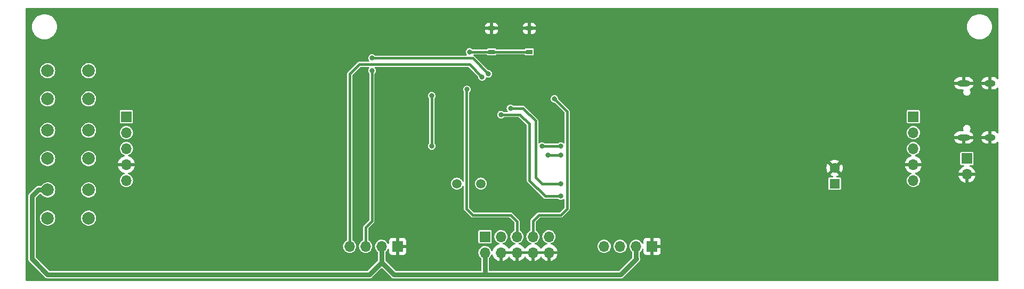
<source format=gbr>
%TF.GenerationSoftware,KiCad,Pcbnew,7.0.2*%
%TF.CreationDate,2024-10-16T20:37:04+05:30*%
%TF.ProjectId,digitalClock,64696769-7461-46c4-936c-6f636b2e6b69,rev?*%
%TF.SameCoordinates,Original*%
%TF.FileFunction,Copper,L2,Bot*%
%TF.FilePolarity,Positive*%
%FSLAX46Y46*%
G04 Gerber Fmt 4.6, Leading zero omitted, Abs format (unit mm)*
G04 Created by KiCad (PCBNEW 7.0.2) date 2024-10-16 20:37:04*
%MOMM*%
%LPD*%
G01*
G04 APERTURE LIST*
%TA.AperFunction,ComponentPad*%
%ADD10C,2.000000*%
%TD*%
%TA.AperFunction,ComponentPad*%
%ADD11O,1.800000X1.000000*%
%TD*%
%TA.AperFunction,ComponentPad*%
%ADD12O,2.100000X1.000000*%
%TD*%
%TA.AperFunction,ComponentPad*%
%ADD13R,1.700000X1.700000*%
%TD*%
%TA.AperFunction,ComponentPad*%
%ADD14O,1.700000X1.700000*%
%TD*%
%TA.AperFunction,ComponentPad*%
%ADD15C,1.500000*%
%TD*%
%TA.AperFunction,ComponentPad*%
%ADD16R,1.600000X1.600000*%
%TD*%
%TA.AperFunction,ComponentPad*%
%ADD17C,1.600000*%
%TD*%
%TA.AperFunction,SMDPad,CuDef*%
%ADD18R,1.000000X0.750000*%
%TD*%
%TA.AperFunction,ViaPad*%
%ADD19C,0.800000*%
%TD*%
%TA.AperFunction,Conductor*%
%ADD20C,0.800000*%
%TD*%
%TA.AperFunction,Conductor*%
%ADD21C,0.400000*%
%TD*%
G04 APERTURE END LIST*
D10*
%TO.P,SW3,1,A*%
%TO.N,/DWN*%
X77500000Y-110500000D03*
X71000000Y-110500000D03*
%TO.P,SW3,2,B*%
%TO.N,+5V*%
X77500000Y-106000000D03*
X71000000Y-106000000D03*
%TD*%
D11*
%TO.P,J7,S1,SHIELD*%
%TO.N,GND*%
X220680000Y-97640000D03*
%TO.P,J7,S2,SHIELD*%
X220680000Y-89000000D03*
D12*
%TO.P,J7,S3,SHIELD*%
X216500000Y-97640000D03*
%TO.P,J7,S4,SHIELD*%
X216500000Y-89000000D03*
%TD*%
D13*
%TO.P,J5,1,Pin_1*%
%TO.N,unconnected-(J5-Pin_1-Pad1)*%
X83500000Y-94340000D03*
D14*
%TO.P,J5,2,Pin_2*%
%TO.N,unconnected-(J5-Pin_2-Pad2)*%
X83500000Y-96880000D03*
%TO.P,J5,3,Pin_3*%
%TO.N,unconnected-(J5-Pin_3-Pad3)*%
X83500000Y-99420000D03*
%TO.P,J5,4,Pin_4*%
%TO.N,GND*%
X83500000Y-101960000D03*
%TO.P,J5,5,Pin_5*%
%TO.N,+5V*%
X83500000Y-104500000D03*
%TD*%
D10*
%TO.P,SW2,1,A*%
%TO.N,/SEL*%
X77500000Y-101000000D03*
X71000000Y-101000000D03*
%TO.P,SW2,2,B*%
%TO.N,+5V*%
X77500000Y-96500000D03*
X71000000Y-96500000D03*
%TD*%
D15*
%TO.P,Y1,1,1*%
%TO.N,Net-(U1-XTAL2{slash}PB7)*%
X139800000Y-105000000D03*
%TO.P,Y1,2,2*%
%TO.N,Net-(U1-XTAL1{slash}PB6)*%
X136000000Y-105000000D03*
%TD*%
D13*
%TO.P,J3,1,Pin_1*%
%TO.N,/SCK*%
X208500000Y-94340000D03*
D14*
%TO.P,J3,2,Pin_2*%
%TO.N,/CS*%
X208500000Y-96880000D03*
%TO.P,J3,3,Pin_3*%
%TO.N,/MOSI*%
X208500000Y-99420000D03*
%TO.P,J3,4,Pin_4*%
%TO.N,GND*%
X208500000Y-101960000D03*
%TO.P,J3,5,Pin_5*%
%TO.N,+5V*%
X208500000Y-104500000D03*
%TD*%
D10*
%TO.P,SW1,1,A*%
%TO.N,/UP*%
X77500000Y-91500000D03*
X71000000Y-91500000D03*
%TO.P,SW1,2,B*%
%TO.N,+5V*%
X77500000Y-87000000D03*
X71000000Y-87000000D03*
%TD*%
D16*
%TO.P,C5,1*%
%TO.N,+5V*%
X196000000Y-105000000D03*
D17*
%TO.P,C5,2*%
%TO.N,GND*%
X196000000Y-102500000D03*
%TD*%
D13*
%TO.P,J1,1,Pin_1*%
%TO.N,+5V*%
X217000000Y-101000000D03*
D14*
%TO.P,J1,2,Pin_2*%
%TO.N,GND*%
X217000000Y-103540000D03*
%TD*%
D13*
%TO.P,J6,1,MOSI*%
%TO.N,/MOSI*%
X140460000Y-113460000D03*
D14*
%TO.P,J6,2,VCC*%
%TO.N,+5V*%
X140460000Y-116000000D03*
%TO.P,J6,3,NC*%
%TO.N,unconnected-(J6-NC-Pad3)*%
X143000000Y-113460000D03*
%TO.P,J6,4,GND*%
%TO.N,GND*%
X143000000Y-116000000D03*
%TO.P,J6,5,~{RST}*%
%TO.N,/RST*%
X145540000Y-113460000D03*
%TO.P,J6,6,GND*%
%TO.N,GND*%
X145540000Y-116000000D03*
%TO.P,J6,7,SCK*%
%TO.N,/SCK*%
X148080000Y-113460000D03*
%TO.P,J6,8,GND*%
%TO.N,GND*%
X148080000Y-116000000D03*
%TO.P,J6,9,MISO*%
%TO.N,/MISO*%
X150620000Y-113460000D03*
%TO.P,J6,10,GND*%
%TO.N,GND*%
X150620000Y-116000000D03*
%TD*%
D13*
%TO.P,J4,1,Pin_1*%
%TO.N,GND*%
X167000000Y-115000000D03*
D14*
%TO.P,J4,2,Pin_2*%
%TO.N,+5V*%
X164460000Y-115000000D03*
%TO.P,J4,3,Pin_3*%
%TO.N,/Rx*%
X161920000Y-115000000D03*
%TO.P,J4,4,Pin_4*%
%TO.N,/Tx*%
X159380000Y-115000000D03*
%TD*%
D13*
%TO.P,J2,1,Pin_1*%
%TO.N,GND*%
X126580000Y-115000000D03*
D14*
%TO.P,J2,2,Pin_2*%
%TO.N,+5V*%
X124040000Y-115000000D03*
%TO.P,J2,3,Pin_3*%
%TO.N,/SDA*%
X121500000Y-115000000D03*
%TO.P,J2,4,Pin_4*%
%TO.N,/SCL*%
X118960000Y-115000000D03*
%TD*%
D18*
%TO.P,SW4,1,A*%
%TO.N,GND*%
X147500000Y-80250000D03*
X141500000Y-80250000D03*
%TO.P,SW4,2,B*%
%TO.N,/RST*%
X147500000Y-84000000D03*
X141500000Y-84000000D03*
%TD*%
D19*
%TO.N,GND*%
X148000000Y-86500000D03*
X112000000Y-87000000D03*
X157000000Y-103000000D03*
X157000000Y-94500000D03*
X135000000Y-94000000D03*
X143500000Y-102000000D03*
X156000000Y-111000000D03*
X110500000Y-107000000D03*
%TO.N,+5V*%
X132000000Y-91000000D03*
X132000000Y-99000000D03*
%TO.N,/SDA*%
X122500000Y-87000000D03*
X141000000Y-87500000D03*
X122500000Y-85000000D03*
%TO.N,/SCL*%
X140000000Y-88000000D03*
%TO.N,/CS*%
X152500000Y-99000000D03*
X149500000Y-99000000D03*
%TO.N,/SCK*%
X151500000Y-91500000D03*
%TO.N,/Rx*%
X144500000Y-93000000D03*
X152500000Y-105000000D03*
%TO.N,/Tx*%
X143000000Y-94000000D03*
X152500000Y-107000000D03*
%TO.N,/MOSI*%
X152500000Y-100500000D03*
X150500000Y-100500000D03*
%TO.N,/RST*%
X138000000Y-84000000D03*
X137600000Y-90000000D03*
%TD*%
D20*
%TO.N,+5V*%
X140500000Y-119500000D02*
X140460000Y-119460000D01*
X164460000Y-116960000D02*
X164460000Y-115000000D01*
X69500000Y-106000000D02*
X68500000Y-107000000D01*
X140500000Y-119500000D02*
X162000000Y-119500000D01*
X124040000Y-117540000D02*
X126000000Y-119500000D01*
X71000000Y-106000000D02*
X69500000Y-106000000D01*
X68500000Y-117000000D02*
X71000000Y-119500000D01*
X68500000Y-107000000D02*
X68500000Y-117000000D01*
X126000000Y-119500000D02*
X140500000Y-119500000D01*
X164500000Y-117000000D02*
X164460000Y-116960000D01*
X122080000Y-119500000D02*
X124040000Y-117540000D01*
X71000000Y-119500000D02*
X122080000Y-119500000D01*
X162000000Y-119500000D02*
X164500000Y-117000000D01*
X140460000Y-119460000D02*
X140460000Y-116000000D01*
D21*
X132000000Y-91000000D02*
X132000000Y-99000000D01*
D20*
X124040000Y-115000000D02*
X124040000Y-117540000D01*
D21*
%TO.N,/SDA*%
X141000000Y-87500000D02*
X138500000Y-85000000D01*
X122500000Y-87000000D02*
X122500000Y-111000000D01*
X122500000Y-111000000D02*
X121500000Y-112000000D01*
X138500000Y-85000000D02*
X122500000Y-85000000D01*
X121500000Y-112000000D02*
X121500000Y-115000000D01*
%TO.N,/SCL*%
X118960000Y-115000000D02*
X118960000Y-87540000D01*
X138000000Y-86000000D02*
X140000000Y-88000000D01*
X118960000Y-87540000D02*
X120500000Y-86000000D01*
X120500000Y-86000000D02*
X138000000Y-86000000D01*
%TO.N,/CS*%
X149500000Y-99000000D02*
X152500000Y-99000000D01*
%TO.N,/SCK*%
X153500000Y-93500000D02*
X151500000Y-91500000D01*
X149000000Y-110000000D02*
X152500000Y-110000000D01*
X148080000Y-110920000D02*
X149000000Y-110000000D01*
X148080000Y-113460000D02*
X148080000Y-110920000D01*
X153500000Y-109000000D02*
X153500000Y-93500000D01*
X152500000Y-110000000D02*
X153500000Y-109000000D01*
%TO.N,/Rx*%
X144500000Y-93000000D02*
X146500000Y-93000000D01*
X148500000Y-104000000D02*
X149500000Y-105000000D01*
X149500000Y-105000000D02*
X152500000Y-105000000D01*
X148500000Y-95000000D02*
X148500000Y-104000000D01*
X146500000Y-93000000D02*
X148500000Y-95000000D01*
%TO.N,/Tx*%
X143000000Y-94000000D02*
X146000000Y-94000000D01*
X146000000Y-94000000D02*
X147500000Y-95500000D01*
X147500000Y-104500000D02*
X150000000Y-107000000D01*
X150000000Y-107000000D02*
X152500000Y-107000000D01*
X147500000Y-95500000D02*
X147500000Y-104500000D01*
%TO.N,/MOSI*%
X152500000Y-100500000D02*
X150500000Y-100500000D01*
%TO.N,/RST*%
X145540000Y-111040000D02*
X145540000Y-113460000D01*
X138000000Y-84000000D02*
X147500000Y-84000000D01*
X144500000Y-110000000D02*
X145540000Y-111040000D01*
X138500000Y-110000000D02*
X144500000Y-110000000D01*
X137500000Y-109000000D02*
X138500000Y-110000000D01*
X137500000Y-90100000D02*
X137500000Y-109000000D01*
X137600000Y-90000000D02*
X137500000Y-90100000D01*
%TD*%
%TA.AperFunction,Conductor*%
%TO.N,GND*%
G36*
X145080507Y-115790156D02*
G01*
X145040000Y-115928111D01*
X145040000Y-116071889D01*
X145080507Y-116209844D01*
X145106314Y-116250000D01*
X143433686Y-116250000D01*
X143459493Y-116209844D01*
X143500000Y-116071889D01*
X143500000Y-115928111D01*
X143459493Y-115790156D01*
X143433686Y-115750000D01*
X145106314Y-115750000D01*
X145080507Y-115790156D01*
G37*
%TD.AperFunction*%
%TA.AperFunction,Conductor*%
G36*
X147620507Y-115790156D02*
G01*
X147580000Y-115928111D01*
X147580000Y-116071889D01*
X147620507Y-116209844D01*
X147646314Y-116250000D01*
X145973686Y-116250000D01*
X145999493Y-116209844D01*
X146040000Y-116071889D01*
X146040000Y-115928111D01*
X145999493Y-115790156D01*
X145973686Y-115750000D01*
X147646314Y-115750000D01*
X147620507Y-115790156D01*
G37*
%TD.AperFunction*%
%TA.AperFunction,Conductor*%
G36*
X150160507Y-115790156D02*
G01*
X150120000Y-115928111D01*
X150120000Y-116071889D01*
X150160507Y-116209844D01*
X150186314Y-116250000D01*
X148513686Y-116250000D01*
X148539493Y-116209844D01*
X148580000Y-116071889D01*
X148580000Y-115928111D01*
X148539493Y-115790156D01*
X148513686Y-115750000D01*
X150186314Y-115750000D01*
X150160507Y-115790156D01*
G37*
%TD.AperFunction*%
%TA.AperFunction,Conductor*%
G36*
X221942539Y-77020185D02*
G01*
X221988294Y-77072989D01*
X221999500Y-77124500D01*
X221999499Y-88205435D01*
X221979814Y-88272474D01*
X221927010Y-88318229D01*
X221857852Y-88328173D01*
X221794296Y-88299148D01*
X221785625Y-88290868D01*
X221734730Y-88237328D01*
X221567805Y-88121144D01*
X221380907Y-88040940D01*
X221181689Y-88000000D01*
X220930000Y-88000000D01*
X220930000Y-88700000D01*
X220430000Y-88700000D01*
X220430000Y-88000000D01*
X220232430Y-88000000D01*
X220226164Y-88000317D01*
X220077660Y-88015419D01*
X219883610Y-88076303D01*
X219705785Y-88175003D01*
X219551468Y-88307479D01*
X219426978Y-88468307D01*
X219337410Y-88650905D01*
X219311753Y-88749999D01*
X219311753Y-88750000D01*
X220113889Y-88750000D01*
X220074390Y-88774457D01*
X220006799Y-88863962D01*
X219976105Y-88971840D01*
X219986454Y-89083521D01*
X220036448Y-89183922D01*
X220108931Y-89250000D01*
X219306634Y-89250000D01*
X219306932Y-89251948D01*
X219377564Y-89442663D01*
X219485145Y-89615263D01*
X219625266Y-89762669D01*
X219792194Y-89878855D01*
X219979092Y-89959059D01*
X220178311Y-90000000D01*
X220430000Y-90000000D01*
X220430000Y-89300000D01*
X220930000Y-89300000D01*
X220930000Y-90000000D01*
X221127570Y-90000000D01*
X221133835Y-89999682D01*
X221282339Y-89984580D01*
X221476389Y-89923696D01*
X221654214Y-89824996D01*
X221794729Y-89704368D01*
X221858417Y-89675636D01*
X221927529Y-89685898D01*
X221980122Y-89731895D01*
X221999499Y-89798454D01*
X221999499Y-96845435D01*
X221979814Y-96912474D01*
X221927010Y-96958229D01*
X221857852Y-96968173D01*
X221794296Y-96939148D01*
X221785625Y-96930868D01*
X221734730Y-96877328D01*
X221567805Y-96761144D01*
X221380907Y-96680940D01*
X221181689Y-96640000D01*
X220930000Y-96640000D01*
X220930000Y-97340000D01*
X220430000Y-97340000D01*
X220430000Y-96640000D01*
X220232430Y-96640000D01*
X220226164Y-96640317D01*
X220077660Y-96655419D01*
X219883610Y-96716303D01*
X219705785Y-96815003D01*
X219551468Y-96947479D01*
X219426978Y-97108307D01*
X219337410Y-97290905D01*
X219311753Y-97389999D01*
X219311753Y-97390000D01*
X220113889Y-97390000D01*
X220074390Y-97414457D01*
X220006799Y-97503962D01*
X219976105Y-97611840D01*
X219986454Y-97723521D01*
X220036448Y-97823922D01*
X220108931Y-97890000D01*
X219306634Y-97890000D01*
X219306932Y-97891948D01*
X219377564Y-98082663D01*
X219485145Y-98255263D01*
X219625266Y-98402669D01*
X219792194Y-98518855D01*
X219979092Y-98599059D01*
X220178311Y-98640000D01*
X220430000Y-98640000D01*
X220430000Y-97940000D01*
X220930000Y-97940000D01*
X220930000Y-98640000D01*
X221127570Y-98640000D01*
X221133835Y-98639682D01*
X221282339Y-98624580D01*
X221476389Y-98563696D01*
X221654214Y-98464996D01*
X221794730Y-98344368D01*
X221858419Y-98315636D01*
X221927531Y-98325898D01*
X221980123Y-98371896D01*
X221999500Y-98438454D01*
X221999500Y-120375500D01*
X221979815Y-120442539D01*
X221927011Y-120488294D01*
X221875500Y-120499500D01*
X67624500Y-120499500D01*
X67557461Y-120479815D01*
X67511706Y-120427011D01*
X67500500Y-120375500D01*
X67500500Y-116999999D01*
X67894317Y-116999999D01*
X67899500Y-117039360D01*
X67914956Y-117156762D01*
X67975463Y-117302840D01*
X68071716Y-117428281D01*
X68096768Y-117447503D01*
X68108964Y-117458199D01*
X70541799Y-119891034D01*
X70552494Y-119903229D01*
X70571717Y-119928282D01*
X70645030Y-119984536D01*
X70697159Y-120024536D01*
X70843238Y-120085044D01*
X70968698Y-120101561D01*
X70999999Y-120105682D01*
X70999999Y-120105681D01*
X71000000Y-120105682D01*
X71031302Y-120101560D01*
X71047487Y-120100500D01*
X122032513Y-120100500D01*
X122048697Y-120101560D01*
X122080000Y-120105682D01*
X122236762Y-120085044D01*
X122382841Y-120024536D01*
X122434970Y-119984536D01*
X122508282Y-119928282D01*
X122527509Y-119903223D01*
X122538190Y-119891043D01*
X123952320Y-118476913D01*
X124013641Y-118443430D01*
X124083333Y-118448414D01*
X124127680Y-118476915D01*
X125541799Y-119891034D01*
X125552494Y-119903229D01*
X125571717Y-119928282D01*
X125645029Y-119984536D01*
X125645030Y-119984536D01*
X125697159Y-120024536D01*
X125843238Y-120085044D01*
X126000000Y-120105683D01*
X126031308Y-120101560D01*
X126047494Y-120100500D01*
X140452506Y-120100500D01*
X140468691Y-120101560D01*
X140500000Y-120105683D01*
X140531308Y-120101560D01*
X140547494Y-120100500D01*
X161952513Y-120100500D01*
X161968697Y-120101560D01*
X162000000Y-120105682D01*
X162156762Y-120085044D01*
X162302841Y-120024536D01*
X162354970Y-119984536D01*
X162428282Y-119928282D01*
X162447509Y-119903223D01*
X162458190Y-119891043D01*
X164891043Y-117458190D01*
X164903223Y-117447509D01*
X164928282Y-117428282D01*
X165024536Y-117302841D01*
X165085044Y-117156762D01*
X165105683Y-117000000D01*
X165085044Y-116843238D01*
X165078560Y-116827583D01*
X165069939Y-116806770D01*
X165060500Y-116759318D01*
X165060500Y-115924802D01*
X165080185Y-115857763D01*
X165105836Y-115828948D01*
X165206410Y-115746410D01*
X165337685Y-115586450D01*
X165416643Y-115438730D01*
X165465604Y-115388888D01*
X165533742Y-115373427D01*
X165599421Y-115397259D01*
X165641790Y-115452816D01*
X165650000Y-115497185D01*
X165650000Y-115894518D01*
X165650354Y-115901132D01*
X165656400Y-115957371D01*
X165706647Y-116092089D01*
X165792811Y-116207188D01*
X165907910Y-116293352D01*
X166042628Y-116343599D01*
X166098867Y-116349645D01*
X166105482Y-116350000D01*
X166750000Y-116350000D01*
X166750000Y-115435501D01*
X166857685Y-115484680D01*
X166964237Y-115500000D01*
X167035763Y-115500000D01*
X167142315Y-115484680D01*
X167250000Y-115435501D01*
X167250000Y-116350000D01*
X167894518Y-116350000D01*
X167901132Y-116349645D01*
X167957371Y-116343599D01*
X168092089Y-116293352D01*
X168207188Y-116207188D01*
X168293352Y-116092089D01*
X168343599Y-115957371D01*
X168349645Y-115901132D01*
X168350000Y-115894518D01*
X168350000Y-115250000D01*
X167433686Y-115250000D01*
X167459493Y-115209844D01*
X167500000Y-115071889D01*
X167500000Y-114928111D01*
X167459493Y-114790156D01*
X167433686Y-114750000D01*
X168350000Y-114750000D01*
X168350000Y-114105481D01*
X168349645Y-114098867D01*
X168343599Y-114042628D01*
X168293352Y-113907910D01*
X168207188Y-113792811D01*
X168092089Y-113706647D01*
X167957371Y-113656400D01*
X167901132Y-113650354D01*
X167894518Y-113650000D01*
X167250000Y-113650000D01*
X167250000Y-114564498D01*
X167142315Y-114515320D01*
X167035763Y-114500000D01*
X166964237Y-114500000D01*
X166857685Y-114515320D01*
X166750000Y-114564498D01*
X166750000Y-113650000D01*
X166105482Y-113650000D01*
X166098867Y-113650354D01*
X166042628Y-113656400D01*
X165907910Y-113706647D01*
X165792811Y-113792811D01*
X165706647Y-113907910D01*
X165656400Y-114042628D01*
X165650354Y-114098867D01*
X165650000Y-114105481D01*
X165650000Y-114502814D01*
X165630315Y-114569853D01*
X165577511Y-114615608D01*
X165508353Y-114625552D01*
X165444797Y-114596527D01*
X165416642Y-114561267D01*
X165337685Y-114413550D01*
X165268911Y-114329748D01*
X165206410Y-114253589D01*
X165108952Y-114173608D01*
X165046450Y-114122315D01*
X164863954Y-114024768D01*
X164764944Y-113994734D01*
X164665932Y-113964699D01*
X164460000Y-113944417D01*
X164254067Y-113964699D01*
X164056043Y-114024769D01*
X163873551Y-114122314D01*
X163713589Y-114253589D01*
X163582314Y-114413551D01*
X163484769Y-114596043D01*
X163424699Y-114794067D01*
X163404417Y-114999999D01*
X163424699Y-115205932D01*
X163484769Y-115403956D01*
X163527917Y-115484680D01*
X163582315Y-115586450D01*
X163672268Y-115696059D01*
X163713590Y-115746410D01*
X163814164Y-115828948D01*
X163853499Y-115886694D01*
X163859500Y-115924802D01*
X163859500Y-116739902D01*
X163839815Y-116806941D01*
X163823181Y-116827583D01*
X161787584Y-118863181D01*
X161726261Y-118896666D01*
X161699903Y-118899500D01*
X141184500Y-118899500D01*
X141117461Y-118879815D01*
X141071706Y-118827011D01*
X141060500Y-118775500D01*
X141060500Y-116924802D01*
X141080185Y-116857763D01*
X141105836Y-116828948D01*
X141151753Y-116791265D01*
X141206410Y-116746410D01*
X141337685Y-116586450D01*
X141435232Y-116403954D01*
X141455406Y-116337446D01*
X141493702Y-116279010D01*
X141557514Y-116250553D01*
X141626581Y-116261112D01*
X141678975Y-116307336D01*
X141693841Y-116341349D01*
X141726569Y-116463492D01*
X141826399Y-116677576D01*
X141961893Y-116871081D01*
X142128918Y-117038106D01*
X142322423Y-117173600D01*
X142536509Y-117273430D01*
X142750000Y-117330634D01*
X142750000Y-116435501D01*
X142857685Y-116484680D01*
X142964237Y-116500000D01*
X143035763Y-116500000D01*
X143142315Y-116484680D01*
X143250000Y-116435501D01*
X143250000Y-117330633D01*
X143463490Y-117273430D01*
X143677576Y-117173600D01*
X143871081Y-117038106D01*
X144038106Y-116871081D01*
X144168425Y-116684968D01*
X144223002Y-116641344D01*
X144292501Y-116634151D01*
X144354855Y-116665673D01*
X144371575Y-116684968D01*
X144501893Y-116871081D01*
X144668918Y-117038106D01*
X144862423Y-117173600D01*
X145076509Y-117273430D01*
X145290000Y-117330634D01*
X145290000Y-116435501D01*
X145397685Y-116484680D01*
X145504237Y-116500000D01*
X145575763Y-116500000D01*
X145682315Y-116484680D01*
X145790000Y-116435501D01*
X145790000Y-117330633D01*
X146003490Y-117273430D01*
X146217576Y-117173600D01*
X146411081Y-117038106D01*
X146578106Y-116871081D01*
X146708425Y-116684968D01*
X146763002Y-116641344D01*
X146832501Y-116634151D01*
X146894855Y-116665673D01*
X146911575Y-116684968D01*
X147041893Y-116871081D01*
X147208918Y-117038106D01*
X147402423Y-117173600D01*
X147616509Y-117273430D01*
X147830000Y-117330634D01*
X147830000Y-116435501D01*
X147937685Y-116484680D01*
X148044237Y-116500000D01*
X148115763Y-116500000D01*
X148222315Y-116484680D01*
X148330000Y-116435501D01*
X148330000Y-117330633D01*
X148543490Y-117273430D01*
X148757576Y-117173600D01*
X148951081Y-117038106D01*
X149118106Y-116871081D01*
X149248425Y-116684968D01*
X149303002Y-116641344D01*
X149372501Y-116634151D01*
X149434855Y-116665673D01*
X149451575Y-116684968D01*
X149581893Y-116871081D01*
X149748918Y-117038106D01*
X149942423Y-117173600D01*
X150156509Y-117273430D01*
X150370000Y-117330634D01*
X150370000Y-116435501D01*
X150477685Y-116484680D01*
X150584237Y-116500000D01*
X150655763Y-116500000D01*
X150762315Y-116484680D01*
X150870000Y-116435501D01*
X150870000Y-117330633D01*
X151083490Y-117273430D01*
X151297576Y-117173600D01*
X151491081Y-117038106D01*
X151658106Y-116871081D01*
X151793600Y-116677576D01*
X151893430Y-116463492D01*
X151950636Y-116250000D01*
X151053686Y-116250000D01*
X151079493Y-116209844D01*
X151120000Y-116071889D01*
X151120000Y-115928111D01*
X151079493Y-115790156D01*
X151053686Y-115750000D01*
X151950636Y-115750000D01*
X151950635Y-115749999D01*
X151893430Y-115536507D01*
X151793599Y-115322421D01*
X151658109Y-115128921D01*
X151529188Y-115000000D01*
X158324417Y-115000000D01*
X158344699Y-115205932D01*
X158404769Y-115403956D01*
X158447917Y-115484680D01*
X158502315Y-115586450D01*
X158553608Y-115648952D01*
X158633589Y-115746410D01*
X158707372Y-115806961D01*
X158793550Y-115877685D01*
X158976046Y-115975232D01*
X159174066Y-116035300D01*
X159380000Y-116055583D01*
X159585934Y-116035300D01*
X159783954Y-115975232D01*
X159966450Y-115877685D01*
X160126410Y-115746410D01*
X160257685Y-115586450D01*
X160355232Y-115403954D01*
X160415300Y-115205934D01*
X160435583Y-115000000D01*
X160864417Y-115000000D01*
X160884699Y-115205932D01*
X160944769Y-115403956D01*
X160987917Y-115484680D01*
X161042315Y-115586450D01*
X161093609Y-115648952D01*
X161173589Y-115746410D01*
X161247372Y-115806961D01*
X161333550Y-115877685D01*
X161516046Y-115975232D01*
X161714066Y-116035300D01*
X161920000Y-116055583D01*
X162125934Y-116035300D01*
X162323954Y-115975232D01*
X162506450Y-115877685D01*
X162666410Y-115746410D01*
X162797685Y-115586450D01*
X162895232Y-115403954D01*
X162955300Y-115205934D01*
X162975583Y-115000000D01*
X162955300Y-114794066D01*
X162895232Y-114596046D01*
X162797685Y-114413550D01*
X162728911Y-114329748D01*
X162666410Y-114253589D01*
X162568952Y-114173608D01*
X162506450Y-114122315D01*
X162323954Y-114024768D01*
X162224943Y-113994734D01*
X162125932Y-113964699D01*
X161920000Y-113944417D01*
X161714067Y-113964699D01*
X161516043Y-114024769D01*
X161333551Y-114122314D01*
X161173589Y-114253589D01*
X161042314Y-114413551D01*
X160944769Y-114596043D01*
X160884699Y-114794067D01*
X160864417Y-115000000D01*
X160435583Y-115000000D01*
X160415300Y-114794066D01*
X160355232Y-114596046D01*
X160257685Y-114413550D01*
X160188911Y-114329748D01*
X160126410Y-114253589D01*
X160028952Y-114173608D01*
X159966450Y-114122315D01*
X159783954Y-114024768D01*
X159684944Y-113994734D01*
X159585932Y-113964699D01*
X159402497Y-113946632D01*
X159380000Y-113944417D01*
X159379999Y-113944417D01*
X159174067Y-113964699D01*
X158976043Y-114024769D01*
X158793551Y-114122314D01*
X158633589Y-114253589D01*
X158502314Y-114413551D01*
X158404769Y-114596043D01*
X158344699Y-114794067D01*
X158324417Y-115000000D01*
X151529188Y-115000000D01*
X151491081Y-114961893D01*
X151297576Y-114826399D01*
X151083492Y-114726569D01*
X150961349Y-114693841D01*
X150901689Y-114657476D01*
X150871160Y-114594629D01*
X150879455Y-114525253D01*
X150923940Y-114471375D01*
X150957444Y-114455407D01*
X151023954Y-114435232D01*
X151206450Y-114337685D01*
X151366410Y-114206410D01*
X151497685Y-114046450D01*
X151595232Y-113863954D01*
X151655300Y-113665934D01*
X151675583Y-113460000D01*
X151655300Y-113254066D01*
X151595232Y-113056046D01*
X151497685Y-112873550D01*
X151432047Y-112793569D01*
X151366410Y-112713589D01*
X151216121Y-112590252D01*
X151206450Y-112582315D01*
X151023954Y-112484768D01*
X150924944Y-112454734D01*
X150825932Y-112424699D01*
X150620000Y-112404417D01*
X150414067Y-112424699D01*
X150216043Y-112484769D01*
X150033551Y-112582314D01*
X149873589Y-112713589D01*
X149742314Y-112873551D01*
X149644769Y-113056043D01*
X149584699Y-113254067D01*
X149564417Y-113459999D01*
X149584699Y-113665932D01*
X149584700Y-113665934D01*
X149644768Y-113863954D01*
X149742315Y-114046450D01*
X149785332Y-114098867D01*
X149873589Y-114206410D01*
X149931078Y-114253589D01*
X150033550Y-114337685D01*
X150216046Y-114435232D01*
X150282553Y-114455406D01*
X150340990Y-114493703D01*
X150369446Y-114557515D01*
X150358886Y-114626582D01*
X150312662Y-114678975D01*
X150278650Y-114693841D01*
X150156507Y-114726569D01*
X149942421Y-114826400D01*
X149748921Y-114961890D01*
X149581893Y-115128918D01*
X149451575Y-115315032D01*
X149396998Y-115358656D01*
X149327499Y-115365849D01*
X149265145Y-115334327D01*
X149248425Y-115315032D01*
X149118106Y-115128918D01*
X148951081Y-114961893D01*
X148757576Y-114826399D01*
X148543492Y-114726569D01*
X148421349Y-114693841D01*
X148361689Y-114657476D01*
X148331160Y-114594629D01*
X148339455Y-114525253D01*
X148383940Y-114471375D01*
X148417444Y-114455407D01*
X148483954Y-114435232D01*
X148666450Y-114337685D01*
X148826410Y-114206410D01*
X148957685Y-114046450D01*
X149055232Y-113863954D01*
X149115300Y-113665934D01*
X149135583Y-113460000D01*
X149115300Y-113254066D01*
X149055232Y-113056046D01*
X148957685Y-112873550D01*
X148892047Y-112793569D01*
X148826410Y-112713589D01*
X148666450Y-112582315D01*
X148546046Y-112517957D01*
X148496202Y-112468994D01*
X148480500Y-112408599D01*
X148480500Y-111137254D01*
X148500185Y-111070215D01*
X148516819Y-111049573D01*
X149129573Y-110436819D01*
X149190896Y-110403334D01*
X149217254Y-110400500D01*
X152563433Y-110400500D01*
X152584499Y-110393655D01*
X152603414Y-110389112D01*
X152625304Y-110385646D01*
X152645042Y-110375587D01*
X152663016Y-110368142D01*
X152684090Y-110361296D01*
X152702021Y-110348267D01*
X152718598Y-110338109D01*
X152738342Y-110328050D01*
X152746674Y-110319717D01*
X152746680Y-110319713D01*
X153819713Y-109246681D01*
X153819717Y-109246673D01*
X153828050Y-109238342D01*
X153838109Y-109218599D01*
X153848267Y-109202021D01*
X153861297Y-109184089D01*
X153868144Y-109163011D01*
X153875591Y-109145037D01*
X153885645Y-109125306D01*
X153885645Y-109125305D01*
X153885646Y-109125304D01*
X153889112Y-109103416D01*
X153893651Y-109084510D01*
X153900500Y-109063433D01*
X153900500Y-108936567D01*
X153900500Y-102500000D01*
X194695033Y-102500000D01*
X194714858Y-102726602D01*
X194773733Y-102946326D01*
X194869866Y-103152484D01*
X194920972Y-103225471D01*
X194920974Y-103225472D01*
X195602046Y-102544399D01*
X195614835Y-102625148D01*
X195672359Y-102738045D01*
X195761955Y-102827641D01*
X195874852Y-102885165D01*
X195955599Y-102897953D01*
X195274526Y-103579025D01*
X195274526Y-103579026D01*
X195347515Y-103630133D01*
X195553673Y-103726266D01*
X195663613Y-103755725D01*
X195723273Y-103792090D01*
X195753802Y-103854937D01*
X195745507Y-103924313D01*
X195701022Y-103978191D01*
X195634470Y-103999465D01*
X195631519Y-103999500D01*
X195180251Y-103999500D01*
X195121769Y-104011132D01*
X195055447Y-104055447D01*
X195011132Y-104121769D01*
X194999500Y-104180251D01*
X194999500Y-105819748D01*
X195011132Y-105878230D01*
X195055447Y-105944552D01*
X195121769Y-105988867D01*
X195180251Y-106000500D01*
X195180252Y-106000500D01*
X196819749Y-106000500D01*
X196848989Y-105994683D01*
X196878231Y-105988867D01*
X196944552Y-105944552D01*
X196988867Y-105878231D01*
X197000500Y-105819748D01*
X197000500Y-104180252D01*
X196988867Y-104121769D01*
X196970168Y-104093784D01*
X196944552Y-104055447D01*
X196878230Y-104011132D01*
X196819749Y-103999500D01*
X196819748Y-103999500D01*
X196368481Y-103999500D01*
X196301442Y-103979815D01*
X196255687Y-103927011D01*
X196245743Y-103857853D01*
X196274768Y-103794297D01*
X196333546Y-103756523D01*
X196336387Y-103755725D01*
X196446326Y-103726266D01*
X196652480Y-103630134D01*
X196725472Y-103579025D01*
X196044401Y-102897953D01*
X196125148Y-102885165D01*
X196238045Y-102827641D01*
X196327641Y-102738045D01*
X196385165Y-102625148D01*
X196397953Y-102544399D01*
X197079025Y-103225472D01*
X197130134Y-103152480D01*
X197226266Y-102946326D01*
X197285141Y-102726602D01*
X197304966Y-102500000D01*
X197285141Y-102273397D01*
X197268154Y-102210000D01*
X207169364Y-102210000D01*
X207226569Y-102423492D01*
X207326399Y-102637576D01*
X207461893Y-102831081D01*
X207628918Y-102998106D01*
X207822423Y-103133600D01*
X208036508Y-103233430D01*
X208158649Y-103266158D01*
X208218310Y-103302523D01*
X208248839Y-103365370D01*
X208240544Y-103434745D01*
X208196059Y-103488623D01*
X208162552Y-103504593D01*
X208096047Y-103524767D01*
X207913551Y-103622314D01*
X207753589Y-103753589D01*
X207622314Y-103913551D01*
X207524769Y-104096043D01*
X207464699Y-104294067D01*
X207444417Y-104500000D01*
X207464699Y-104705932D01*
X207479483Y-104754668D01*
X207524768Y-104903954D01*
X207622315Y-105086450D01*
X207673608Y-105148952D01*
X207753589Y-105246410D01*
X207822352Y-105302841D01*
X207913550Y-105377685D01*
X208096046Y-105475232D01*
X208294066Y-105535300D01*
X208500000Y-105555583D01*
X208705934Y-105535300D01*
X208903954Y-105475232D01*
X209086450Y-105377685D01*
X209246410Y-105246410D01*
X209377685Y-105086450D01*
X209475232Y-104903954D01*
X209535300Y-104705934D01*
X209555583Y-104500000D01*
X209535300Y-104294066D01*
X209475232Y-104096046D01*
X209377685Y-103913550D01*
X209312047Y-103833569D01*
X209276291Y-103790000D01*
X215669364Y-103790000D01*
X215726569Y-104003492D01*
X215826399Y-104217576D01*
X215961893Y-104411081D01*
X216128918Y-104578106D01*
X216322423Y-104713600D01*
X216536509Y-104813430D01*
X216750000Y-104870634D01*
X216750000Y-103975501D01*
X216857685Y-104024680D01*
X216964237Y-104040000D01*
X217035763Y-104040000D01*
X217142315Y-104024680D01*
X217250000Y-103975501D01*
X217250000Y-104870633D01*
X217463490Y-104813430D01*
X217677576Y-104713600D01*
X217871081Y-104578106D01*
X218038106Y-104411081D01*
X218173600Y-104217576D01*
X218273430Y-104003492D01*
X218330636Y-103790000D01*
X217433686Y-103790000D01*
X217459493Y-103749844D01*
X217500000Y-103611889D01*
X217500000Y-103468111D01*
X217459493Y-103330156D01*
X217433686Y-103290000D01*
X218330636Y-103290000D01*
X218330635Y-103289999D01*
X218273430Y-103076507D01*
X218173599Y-102862421D01*
X218038109Y-102668921D01*
X217871081Y-102501893D01*
X217677576Y-102366399D01*
X217507053Y-102286882D01*
X217454614Y-102240709D01*
X217435462Y-102173516D01*
X217455678Y-102106635D01*
X217508843Y-102061300D01*
X217559458Y-102050500D01*
X217869749Y-102050500D01*
X217898989Y-102044683D01*
X217928231Y-102038867D01*
X217994552Y-101994552D01*
X218038867Y-101928231D01*
X218050500Y-101869748D01*
X218050500Y-100130252D01*
X218038867Y-100071769D01*
X218016220Y-100037876D01*
X217994552Y-100005447D01*
X217928230Y-99961132D01*
X217869749Y-99949500D01*
X217869748Y-99949500D01*
X216130252Y-99949500D01*
X216130251Y-99949500D01*
X216071769Y-99961132D01*
X216005447Y-100005447D01*
X215961132Y-100071769D01*
X215949500Y-100130251D01*
X215949500Y-101869748D01*
X215961132Y-101928230D01*
X216005447Y-101994552D01*
X216071769Y-102038867D01*
X216130251Y-102050500D01*
X216440543Y-102050500D01*
X216507582Y-102070185D01*
X216553337Y-102122989D01*
X216563281Y-102192147D01*
X216534256Y-102255703D01*
X216492948Y-102286882D01*
X216322421Y-102366400D01*
X216128921Y-102501890D01*
X215961890Y-102668921D01*
X215826400Y-102862421D01*
X215726569Y-103076507D01*
X215669364Y-103289999D01*
X215669364Y-103290000D01*
X216566314Y-103290000D01*
X216540507Y-103330156D01*
X216500000Y-103468111D01*
X216500000Y-103611889D01*
X216540507Y-103749844D01*
X216566314Y-103790000D01*
X215669364Y-103790000D01*
X209276291Y-103790000D01*
X209246410Y-103753589D01*
X209148952Y-103673608D01*
X209086450Y-103622315D01*
X209005461Y-103579025D01*
X208903953Y-103524767D01*
X208837447Y-103504593D01*
X208779009Y-103466296D01*
X208750552Y-103402483D01*
X208761113Y-103333416D01*
X208807338Y-103281023D01*
X208841350Y-103266158D01*
X208963491Y-103233430D01*
X209177576Y-103133600D01*
X209371081Y-102998106D01*
X209538106Y-102831081D01*
X209673600Y-102637576D01*
X209773430Y-102423492D01*
X209830636Y-102210000D01*
X208933686Y-102210000D01*
X208959493Y-102169844D01*
X209000000Y-102031889D01*
X209000000Y-101888111D01*
X208959493Y-101750156D01*
X208933686Y-101710000D01*
X209830636Y-101710000D01*
X209830635Y-101709999D01*
X209773430Y-101496507D01*
X209673599Y-101282421D01*
X209538109Y-101088921D01*
X209371081Y-100921893D01*
X209177576Y-100786399D01*
X208963492Y-100686569D01*
X208841349Y-100653841D01*
X208781689Y-100617476D01*
X208751160Y-100554629D01*
X208759455Y-100485253D01*
X208803940Y-100431375D01*
X208837444Y-100415407D01*
X208903954Y-100395232D01*
X209086450Y-100297685D01*
X209246410Y-100166410D01*
X209377685Y-100006450D01*
X209475232Y-99823954D01*
X209535300Y-99625934D01*
X209555583Y-99420000D01*
X209535300Y-99214066D01*
X209475232Y-99016046D01*
X209377685Y-98833550D01*
X209312047Y-98753570D01*
X209246410Y-98673589D01*
X209108557Y-98560458D01*
X209086450Y-98542315D01*
X208903954Y-98444768D01*
X208765171Y-98402669D01*
X208705932Y-98384699D01*
X208500000Y-98364417D01*
X208294067Y-98384699D01*
X208096043Y-98444769D01*
X207913551Y-98542314D01*
X207753589Y-98673589D01*
X207622314Y-98833551D01*
X207524769Y-99016043D01*
X207464699Y-99214067D01*
X207444417Y-99420000D01*
X207464699Y-99625932D01*
X207464700Y-99625934D01*
X207524768Y-99823954D01*
X207622315Y-100006450D01*
X207658077Y-100050026D01*
X207753589Y-100166410D01*
X207833569Y-100232047D01*
X207913550Y-100297685D01*
X208096046Y-100395232D01*
X208162553Y-100415406D01*
X208220990Y-100453703D01*
X208249446Y-100517515D01*
X208238886Y-100586582D01*
X208192662Y-100638975D01*
X208158650Y-100653841D01*
X208036507Y-100686569D01*
X207822421Y-100786400D01*
X207628921Y-100921890D01*
X207461890Y-101088921D01*
X207326400Y-101282421D01*
X207226569Y-101496507D01*
X207169364Y-101709999D01*
X207169364Y-101710000D01*
X208066314Y-101710000D01*
X208040507Y-101750156D01*
X208000000Y-101888111D01*
X208000000Y-102031889D01*
X208040507Y-102169844D01*
X208066314Y-102210000D01*
X207169364Y-102210000D01*
X197268154Y-102210000D01*
X197226266Y-102053673D01*
X197130133Y-101847515D01*
X197079025Y-101774526D01*
X196397953Y-102455598D01*
X196385165Y-102374852D01*
X196327641Y-102261955D01*
X196238045Y-102172359D01*
X196125148Y-102114835D01*
X196044400Y-102102046D01*
X196725472Y-101420974D01*
X196725471Y-101420972D01*
X196652484Y-101369866D01*
X196446326Y-101273733D01*
X196226602Y-101214858D01*
X196000000Y-101195033D01*
X195773397Y-101214858D01*
X195553672Y-101273733D01*
X195347516Y-101369865D01*
X195274527Y-101420973D01*
X195274526Y-101420973D01*
X195955600Y-102102046D01*
X195874852Y-102114835D01*
X195761955Y-102172359D01*
X195672359Y-102261955D01*
X195614835Y-102374852D01*
X195602046Y-102455599D01*
X194920973Y-101774526D01*
X194920973Y-101774527D01*
X194869865Y-101847516D01*
X194773733Y-102053672D01*
X194714858Y-102273397D01*
X194695033Y-102500000D01*
X153900500Y-102500000D01*
X153900500Y-96880000D01*
X207444417Y-96880000D01*
X207464699Y-97085932D01*
X207479489Y-97134688D01*
X207524768Y-97283954D01*
X207622315Y-97466450D01*
X207653100Y-97503962D01*
X207753589Y-97626410D01*
X207833569Y-97692047D01*
X207913550Y-97757685D01*
X208096046Y-97855232D01*
X208294066Y-97915300D01*
X208500000Y-97935583D01*
X208705934Y-97915300D01*
X208789338Y-97890000D01*
X214976634Y-97890000D01*
X214976932Y-97891948D01*
X215047564Y-98082663D01*
X215155145Y-98255263D01*
X215295266Y-98402669D01*
X215462194Y-98518855D01*
X215649092Y-98599059D01*
X215848311Y-98640000D01*
X216250000Y-98640000D01*
X216250000Y-97940000D01*
X216750000Y-97940000D01*
X216750000Y-98640000D01*
X217097570Y-98640000D01*
X217103835Y-98639682D01*
X217252339Y-98624580D01*
X217446389Y-98563696D01*
X217624214Y-98464996D01*
X217778531Y-98332520D01*
X217903021Y-98171692D01*
X217992589Y-97989094D01*
X218018246Y-97890000D01*
X217216111Y-97890000D01*
X217255610Y-97865543D01*
X217323201Y-97776038D01*
X217353895Y-97668160D01*
X217343546Y-97556479D01*
X217293552Y-97456078D01*
X217221069Y-97390000D01*
X218023366Y-97390000D01*
X218023067Y-97388051D01*
X217952435Y-97197336D01*
X217844854Y-97024736D01*
X217704733Y-96877330D01*
X217537805Y-96761144D01*
X217507355Y-96748077D01*
X217453511Y-96703550D01*
X217432288Y-96636982D01*
X217450423Y-96569507D01*
X217457872Y-96558650D01*
X217502698Y-96500233D01*
X217560687Y-96360236D01*
X217580466Y-96210000D01*
X217560687Y-96059764D01*
X217502698Y-95919767D01*
X217410451Y-95799549D01*
X217290233Y-95707302D01*
X217150236Y-95649313D01*
X217091356Y-95641561D01*
X217041739Y-95635029D01*
X217041737Y-95635028D01*
X217037720Y-95634500D01*
X216962280Y-95634500D01*
X216958263Y-95635028D01*
X216958260Y-95635029D01*
X216849764Y-95649313D01*
X216709768Y-95707301D01*
X216589549Y-95799549D01*
X216497301Y-95919768D01*
X216439312Y-96059764D01*
X216419533Y-96209999D01*
X216439312Y-96360235D01*
X216484177Y-96468547D01*
X216491646Y-96538017D01*
X216460371Y-96600496D01*
X216400282Y-96636148D01*
X216369616Y-96640000D01*
X215902430Y-96640000D01*
X215896164Y-96640317D01*
X215747660Y-96655419D01*
X215553610Y-96716303D01*
X215375785Y-96815003D01*
X215221468Y-96947479D01*
X215096978Y-97108307D01*
X215007410Y-97290905D01*
X214981753Y-97389999D01*
X214981753Y-97390000D01*
X215783889Y-97390000D01*
X215744390Y-97414457D01*
X215676799Y-97503962D01*
X215646105Y-97611840D01*
X215656454Y-97723521D01*
X215706448Y-97823922D01*
X215778931Y-97890000D01*
X214976634Y-97890000D01*
X208789338Y-97890000D01*
X208903954Y-97855232D01*
X209086450Y-97757685D01*
X209246410Y-97626410D01*
X209377685Y-97466450D01*
X209475232Y-97283954D01*
X209535300Y-97085934D01*
X209555583Y-96880000D01*
X209535300Y-96674066D01*
X209475232Y-96476046D01*
X209377685Y-96293550D01*
X209309117Y-96209999D01*
X209246410Y-96133589D01*
X209148952Y-96053608D01*
X209086450Y-96002315D01*
X208903954Y-95904768D01*
X208804944Y-95874733D01*
X208705932Y-95844699D01*
X208522497Y-95826632D01*
X208500000Y-95824417D01*
X208499999Y-95824417D01*
X208294067Y-95844699D01*
X208096043Y-95904769D01*
X207913551Y-96002314D01*
X207753589Y-96133589D01*
X207622314Y-96293551D01*
X207524769Y-96476043D01*
X207464699Y-96674067D01*
X207444417Y-96880000D01*
X153900500Y-96880000D01*
X153900500Y-95209748D01*
X207449500Y-95209748D01*
X207461132Y-95268230D01*
X207505447Y-95334552D01*
X207571769Y-95378867D01*
X207630251Y-95390500D01*
X207630252Y-95390500D01*
X209369749Y-95390500D01*
X209398989Y-95384683D01*
X209428231Y-95378867D01*
X209494552Y-95334552D01*
X209538867Y-95268231D01*
X209550500Y-95209748D01*
X209550500Y-93470252D01*
X209543799Y-93436566D01*
X209538867Y-93411769D01*
X209494552Y-93345447D01*
X209428230Y-93301132D01*
X209369749Y-93289500D01*
X209369748Y-93289500D01*
X207630252Y-93289500D01*
X207630251Y-93289500D01*
X207571769Y-93301132D01*
X207505447Y-93345447D01*
X207461132Y-93411769D01*
X207449500Y-93470251D01*
X207449500Y-95209748D01*
X153900500Y-95209748D01*
X153900500Y-93468481D01*
X153900500Y-93436567D01*
X153893653Y-93415494D01*
X153889112Y-93396580D01*
X153885646Y-93374696D01*
X153875588Y-93354958D01*
X153868142Y-93336984D01*
X153861296Y-93315910D01*
X153848275Y-93297989D01*
X153838104Y-93281392D01*
X153828050Y-93261658D01*
X153738342Y-93171950D01*
X152141402Y-91575009D01*
X152107917Y-91513686D01*
X152106144Y-91503513D01*
X152105681Y-91500001D01*
X152105682Y-91500000D01*
X152085044Y-91343238D01*
X152024536Y-91197159D01*
X152024536Y-91197158D01*
X151928282Y-91071717D01*
X151802840Y-90975463D01*
X151656762Y-90914956D01*
X151500000Y-90894317D01*
X151343237Y-90914956D01*
X151197159Y-90975463D01*
X151071717Y-91071717D01*
X150975463Y-91197159D01*
X150914956Y-91343237D01*
X150894317Y-91500000D01*
X150914956Y-91656762D01*
X150975463Y-91802840D01*
X151071717Y-91928282D01*
X151197159Y-92024535D01*
X151197159Y-92024536D01*
X151343238Y-92085044D01*
X151500000Y-92105682D01*
X151500001Y-92105681D01*
X151503513Y-92106144D01*
X151567410Y-92134410D01*
X151575009Y-92141402D01*
X153063181Y-93629573D01*
X153096666Y-93690896D01*
X153099500Y-93717254D01*
X153099500Y-98451650D01*
X153079815Y-98518689D01*
X153027011Y-98564444D01*
X152957853Y-98574388D01*
X152900014Y-98550026D01*
X152802840Y-98475463D01*
X152656762Y-98414956D01*
X152500000Y-98394317D01*
X152343237Y-98414956D01*
X152197159Y-98475463D01*
X152068905Y-98573876D01*
X152003736Y-98599070D01*
X151993419Y-98599500D01*
X150006581Y-98599500D01*
X149939542Y-98579815D01*
X149931095Y-98573876D01*
X149802840Y-98475463D01*
X149656762Y-98414956D01*
X149500000Y-98394317D01*
X149343237Y-98414956D01*
X149197159Y-98475463D01*
X149099986Y-98550026D01*
X149034816Y-98575220D01*
X148966372Y-98561181D01*
X148916382Y-98512367D01*
X148900500Y-98451650D01*
X148900500Y-94936566D01*
X148893653Y-94915494D01*
X148889112Y-94896580D01*
X148885646Y-94874696D01*
X148875588Y-94854958D01*
X148868142Y-94836984D01*
X148861296Y-94815910D01*
X148848275Y-94797989D01*
X148838104Y-94781392D01*
X148828050Y-94761658D01*
X148738342Y-94671950D01*
X147223155Y-93156762D01*
X146754690Y-92688296D01*
X146754675Y-92688283D01*
X146738342Y-92671950D01*
X146738341Y-92671949D01*
X146738339Y-92671947D01*
X146718599Y-92661889D01*
X146702014Y-92651726D01*
X146684090Y-92638704D01*
X146663020Y-92631858D01*
X146645044Y-92624412D01*
X146625302Y-92614353D01*
X146603418Y-92610886D01*
X146584507Y-92606346D01*
X146563435Y-92599500D01*
X146563433Y-92599500D01*
X146531519Y-92599500D01*
X145006581Y-92599500D01*
X144939542Y-92579815D01*
X144931095Y-92573876D01*
X144802840Y-92475463D01*
X144656762Y-92414956D01*
X144500000Y-92394317D01*
X144343237Y-92414956D01*
X144197159Y-92475463D01*
X144071717Y-92571717D01*
X143975463Y-92697159D01*
X143914956Y-92843237D01*
X143894317Y-93000000D01*
X143914956Y-93156762D01*
X143975463Y-93302840D01*
X144050027Y-93400014D01*
X144075221Y-93465183D01*
X144061183Y-93533628D01*
X144012369Y-93583617D01*
X143951651Y-93599500D01*
X143506581Y-93599500D01*
X143439542Y-93579815D01*
X143431095Y-93573876D01*
X143302840Y-93475463D01*
X143156762Y-93414956D01*
X143000000Y-93394317D01*
X142843237Y-93414956D01*
X142697159Y-93475463D01*
X142571717Y-93571717D01*
X142475463Y-93697159D01*
X142414956Y-93843237D01*
X142394317Y-94000000D01*
X142414956Y-94156762D01*
X142475463Y-94302840D01*
X142571717Y-94428282D01*
X142697159Y-94524535D01*
X142697159Y-94524536D01*
X142843238Y-94585044D01*
X143000000Y-94605682D01*
X143156762Y-94585044D01*
X143302841Y-94524536D01*
X143381431Y-94464231D01*
X143431095Y-94426124D01*
X143496264Y-94400930D01*
X143506581Y-94400500D01*
X145782745Y-94400500D01*
X145849784Y-94420185D01*
X145870426Y-94436819D01*
X147063181Y-95629573D01*
X147096666Y-95690896D01*
X147099500Y-95717254D01*
X147099500Y-104563434D01*
X147106346Y-104584507D01*
X147110886Y-104603418D01*
X147114353Y-104625302D01*
X147124412Y-104645044D01*
X147131858Y-104663020D01*
X147138704Y-104684090D01*
X147151726Y-104702014D01*
X147161889Y-104718599D01*
X147171947Y-104738339D01*
X147171949Y-104738341D01*
X147171950Y-104738342D01*
X147188283Y-104754675D01*
X147188296Y-104754690D01*
X149747770Y-107314163D01*
X149747776Y-107314168D01*
X149761658Y-107328050D01*
X149781394Y-107338106D01*
X149797982Y-107348271D01*
X149815910Y-107361296D01*
X149836979Y-107368141D01*
X149854958Y-107375588D01*
X149874696Y-107385646D01*
X149896580Y-107389112D01*
X149915494Y-107393653D01*
X149936567Y-107400500D01*
X149968481Y-107400500D01*
X151993419Y-107400500D01*
X152060458Y-107420185D01*
X152068905Y-107426124D01*
X152099986Y-107449973D01*
X152197159Y-107524536D01*
X152343238Y-107585044D01*
X152500000Y-107605682D01*
X152656762Y-107585044D01*
X152802841Y-107524536D01*
X152900013Y-107449973D01*
X152965183Y-107424779D01*
X153033628Y-107438817D01*
X153083617Y-107487631D01*
X153099500Y-107548349D01*
X153099500Y-108782744D01*
X153079815Y-108849783D01*
X153063181Y-108870425D01*
X152370426Y-109563181D01*
X152309103Y-109596666D01*
X152282745Y-109599500D01*
X148958224Y-109599500D01*
X148958212Y-109599501D01*
X148936567Y-109599501D01*
X148915499Y-109606346D01*
X148896583Y-109610887D01*
X148874695Y-109614354D01*
X148854951Y-109624413D01*
X148836984Y-109631855D01*
X148815910Y-109638703D01*
X148797984Y-109651727D01*
X148781398Y-109661891D01*
X148761658Y-109671949D01*
X148739091Y-109694517D01*
X147774516Y-110659091D01*
X147774513Y-110659094D01*
X147751949Y-110681657D01*
X147741892Y-110701396D01*
X147731731Y-110717979D01*
X147718702Y-110735913D01*
X147711854Y-110756987D01*
X147704412Y-110774954D01*
X147694353Y-110794697D01*
X147690886Y-110816582D01*
X147686347Y-110835491D01*
X147679500Y-110856566D01*
X147679500Y-112408599D01*
X147659815Y-112475638D01*
X147613954Y-112517957D01*
X147493549Y-112582315D01*
X147333589Y-112713589D01*
X147202314Y-112873551D01*
X147104769Y-113056043D01*
X147044699Y-113254067D01*
X147024417Y-113459999D01*
X147044699Y-113665932D01*
X147044700Y-113665934D01*
X147104768Y-113863954D01*
X147202315Y-114046450D01*
X147245332Y-114098867D01*
X147333589Y-114206410D01*
X147391078Y-114253589D01*
X147493550Y-114337685D01*
X147676046Y-114435232D01*
X147742553Y-114455406D01*
X147800990Y-114493703D01*
X147829446Y-114557515D01*
X147818886Y-114626582D01*
X147772662Y-114678975D01*
X147738650Y-114693841D01*
X147616507Y-114726569D01*
X147402421Y-114826400D01*
X147208921Y-114961890D01*
X147041893Y-115128918D01*
X146911575Y-115315032D01*
X146856998Y-115358656D01*
X146787499Y-115365849D01*
X146725145Y-115334327D01*
X146708425Y-115315032D01*
X146578106Y-115128918D01*
X146411081Y-114961893D01*
X146217576Y-114826399D01*
X146003492Y-114726569D01*
X145881349Y-114693841D01*
X145821689Y-114657476D01*
X145791160Y-114594629D01*
X145799455Y-114525253D01*
X145843940Y-114471375D01*
X145877444Y-114455407D01*
X145943954Y-114435232D01*
X146126450Y-114337685D01*
X146286410Y-114206410D01*
X146417685Y-114046450D01*
X146515232Y-113863954D01*
X146575300Y-113665934D01*
X146595583Y-113460000D01*
X146575300Y-113254066D01*
X146515232Y-113056046D01*
X146417685Y-112873550D01*
X146352047Y-112793569D01*
X146286410Y-112713589D01*
X146126450Y-112582315D01*
X146006046Y-112517957D01*
X145956202Y-112468994D01*
X145940500Y-112408599D01*
X145940500Y-110976566D01*
X145933653Y-110955494D01*
X145929112Y-110936580D01*
X145925646Y-110914696D01*
X145915588Y-110894958D01*
X145908142Y-110876984D01*
X145901296Y-110855910D01*
X145888275Y-110837989D01*
X145878104Y-110821392D01*
X145868050Y-110801658D01*
X145778342Y-110711950D01*
X144931704Y-109865311D01*
X144754690Y-109688296D01*
X144754675Y-109688283D01*
X144738342Y-109671950D01*
X144738341Y-109671949D01*
X144738339Y-109671947D01*
X144718599Y-109661889D01*
X144702014Y-109651726D01*
X144684090Y-109638704D01*
X144663020Y-109631858D01*
X144645044Y-109624412D01*
X144625302Y-109614353D01*
X144603418Y-109610886D01*
X144584507Y-109606346D01*
X144563435Y-109599500D01*
X144563433Y-109599500D01*
X144531519Y-109599500D01*
X138717255Y-109599500D01*
X138650216Y-109579815D01*
X138629574Y-109563181D01*
X137936819Y-108870426D01*
X137903334Y-108809103D01*
X137900500Y-108782745D01*
X137900500Y-105000000D01*
X138844901Y-105000000D01*
X138863253Y-105186332D01*
X138917603Y-105365500D01*
X139005863Y-105530624D01*
X139009701Y-105535300D01*
X139124643Y-105675357D01*
X139269375Y-105794136D01*
X139434499Y-105882396D01*
X139613669Y-105936747D01*
X139800000Y-105955099D01*
X139986331Y-105936747D01*
X140165501Y-105882396D01*
X140330625Y-105794136D01*
X140475357Y-105675357D01*
X140594136Y-105530625D01*
X140682396Y-105365501D01*
X140736747Y-105186331D01*
X140755099Y-105000000D01*
X140736747Y-104813669D01*
X140682396Y-104634499D01*
X140594136Y-104469375D01*
X140475357Y-104324643D01*
X140330625Y-104205864D01*
X140330624Y-104205863D01*
X140165500Y-104117603D01*
X139986332Y-104063253D01*
X139800000Y-104044901D01*
X139613667Y-104063253D01*
X139434499Y-104117603D01*
X139269375Y-104205863D01*
X139124643Y-104324643D01*
X139005863Y-104469375D01*
X138917603Y-104634499D01*
X138863253Y-104813667D01*
X138844901Y-105000000D01*
X137900500Y-105000000D01*
X137900500Y-90587482D01*
X137920185Y-90520443D01*
X137949014Y-90489106D01*
X138028282Y-90428282D01*
X138124536Y-90302841D01*
X138185044Y-90156762D01*
X138205682Y-90000000D01*
X138185044Y-89843238D01*
X138124536Y-89697159D01*
X138108021Y-89675636D01*
X138028282Y-89571717D01*
X137902840Y-89475463D01*
X137756762Y-89414956D01*
X137600000Y-89394317D01*
X137443237Y-89414956D01*
X137297159Y-89475463D01*
X137171717Y-89571717D01*
X137075463Y-89697159D01*
X137014956Y-89843237D01*
X136994317Y-90000000D01*
X137014956Y-90156762D01*
X137081711Y-90317924D01*
X137080672Y-90318353D01*
X137099070Y-90365935D01*
X137099500Y-90376257D01*
X137099500Y-104545636D01*
X137079815Y-104612675D01*
X137027011Y-104658430D01*
X136957853Y-104668374D01*
X136894297Y-104639349D01*
X136866142Y-104604089D01*
X136834898Y-104545636D01*
X136794136Y-104469375D01*
X136675357Y-104324643D01*
X136530625Y-104205864D01*
X136530624Y-104205863D01*
X136365500Y-104117603D01*
X136186332Y-104063253D01*
X136000000Y-104044901D01*
X135813667Y-104063253D01*
X135634499Y-104117603D01*
X135469375Y-104205863D01*
X135324643Y-104324643D01*
X135205863Y-104469375D01*
X135117603Y-104634499D01*
X135063253Y-104813667D01*
X135044901Y-105000000D01*
X135063253Y-105186332D01*
X135117603Y-105365500D01*
X135205863Y-105530624D01*
X135209701Y-105535300D01*
X135324643Y-105675357D01*
X135469375Y-105794136D01*
X135634499Y-105882396D01*
X135813669Y-105936747D01*
X136000000Y-105955099D01*
X136186331Y-105936747D01*
X136365501Y-105882396D01*
X136530625Y-105794136D01*
X136675357Y-105675357D01*
X136794136Y-105530625D01*
X136866143Y-105395907D01*
X136915104Y-105346066D01*
X136983241Y-105330605D01*
X137048921Y-105354436D01*
X137091290Y-105409994D01*
X137099500Y-105454363D01*
X137099500Y-109063434D01*
X137106346Y-109084507D01*
X137110886Y-109103418D01*
X137114353Y-109125302D01*
X137124412Y-109145044D01*
X137131858Y-109163020D01*
X137138704Y-109184090D01*
X137151726Y-109202014D01*
X137161889Y-109218599D01*
X137171947Y-109238339D01*
X137171949Y-109238341D01*
X137171950Y-109238342D01*
X137188283Y-109254675D01*
X137188296Y-109254690D01*
X138247770Y-110314163D01*
X138247776Y-110314168D01*
X138261658Y-110328050D01*
X138281397Y-110338107D01*
X138297982Y-110348271D01*
X138315910Y-110361297D01*
X138336978Y-110368142D01*
X138354955Y-110375588D01*
X138374692Y-110385644D01*
X138374696Y-110385646D01*
X138396585Y-110389112D01*
X138415489Y-110393651D01*
X138436567Y-110400500D01*
X138468481Y-110400500D01*
X144282745Y-110400500D01*
X144349784Y-110420185D01*
X144370426Y-110436819D01*
X145103181Y-111169573D01*
X145136666Y-111230896D01*
X145139500Y-111257254D01*
X145139500Y-112408599D01*
X145119815Y-112475638D01*
X145073954Y-112517957D01*
X144953549Y-112582315D01*
X144793589Y-112713589D01*
X144662314Y-112873551D01*
X144564769Y-113056043D01*
X144504699Y-113254067D01*
X144484417Y-113460000D01*
X144504699Y-113665932D01*
X144504700Y-113665934D01*
X144564768Y-113863954D01*
X144662315Y-114046450D01*
X144705332Y-114098867D01*
X144793589Y-114206410D01*
X144851078Y-114253589D01*
X144953550Y-114337685D01*
X145136046Y-114435232D01*
X145202553Y-114455406D01*
X145260990Y-114493703D01*
X145289446Y-114557515D01*
X145278886Y-114626582D01*
X145232662Y-114678975D01*
X145198650Y-114693841D01*
X145076507Y-114726569D01*
X144862421Y-114826400D01*
X144668921Y-114961890D01*
X144501893Y-115128918D01*
X144371575Y-115315032D01*
X144316998Y-115358656D01*
X144247499Y-115365849D01*
X144185145Y-115334327D01*
X144168425Y-115315032D01*
X144038106Y-115128918D01*
X143871081Y-114961893D01*
X143677576Y-114826399D01*
X143463492Y-114726569D01*
X143341349Y-114693841D01*
X143281689Y-114657476D01*
X143251160Y-114594629D01*
X143259455Y-114525253D01*
X143303940Y-114471375D01*
X143337444Y-114455407D01*
X143403954Y-114435232D01*
X143586450Y-114337685D01*
X143746410Y-114206410D01*
X143877685Y-114046450D01*
X143975232Y-113863954D01*
X144035300Y-113665934D01*
X144055583Y-113460000D01*
X144035300Y-113254066D01*
X143975232Y-113056046D01*
X143877685Y-112873550D01*
X143812047Y-112793569D01*
X143746410Y-112713589D01*
X143596121Y-112590252D01*
X143586450Y-112582315D01*
X143403954Y-112484768D01*
X143304943Y-112454734D01*
X143205932Y-112424699D01*
X143000000Y-112404417D01*
X142794067Y-112424699D01*
X142596043Y-112484769D01*
X142413551Y-112582314D01*
X142253589Y-112713589D01*
X142122314Y-112873551D01*
X142024769Y-113056043D01*
X141964699Y-113254067D01*
X141944417Y-113460000D01*
X141964699Y-113665932D01*
X141964700Y-113665934D01*
X142024768Y-113863954D01*
X142122315Y-114046450D01*
X142165332Y-114098867D01*
X142253589Y-114206410D01*
X142311078Y-114253589D01*
X142413550Y-114337685D01*
X142596046Y-114435232D01*
X142662553Y-114455406D01*
X142720990Y-114493703D01*
X142749446Y-114557515D01*
X142738886Y-114626582D01*
X142692662Y-114678975D01*
X142658650Y-114693841D01*
X142536507Y-114726569D01*
X142322421Y-114826400D01*
X142128921Y-114961890D01*
X141961890Y-115128921D01*
X141826400Y-115322421D01*
X141726569Y-115536507D01*
X141693841Y-115658650D01*
X141657476Y-115718310D01*
X141594628Y-115748839D01*
X141525253Y-115740544D01*
X141471375Y-115696059D01*
X141455407Y-115662555D01*
X141435232Y-115596046D01*
X141337685Y-115413550D01*
X141256834Y-115315032D01*
X141206410Y-115253589D01*
X141054499Y-115128921D01*
X141046450Y-115122315D01*
X140863954Y-115024768D01*
X140764944Y-114994734D01*
X140665932Y-114964699D01*
X140460000Y-114944417D01*
X140254067Y-114964699D01*
X140056043Y-115024769D01*
X139873551Y-115122314D01*
X139713589Y-115253589D01*
X139582314Y-115413551D01*
X139484769Y-115596043D01*
X139424699Y-115794067D01*
X139404417Y-116000000D01*
X139424699Y-116205932D01*
X139424700Y-116205934D01*
X139484768Y-116403954D01*
X139582315Y-116586450D01*
X139657100Y-116677576D01*
X139713590Y-116746410D01*
X139814164Y-116828948D01*
X139853499Y-116886694D01*
X139859500Y-116924802D01*
X139859500Y-118775500D01*
X139839815Y-118842539D01*
X139787011Y-118888294D01*
X139735500Y-118899500D01*
X126300097Y-118899500D01*
X126233058Y-118879815D01*
X126212416Y-118863181D01*
X124676818Y-117327583D01*
X124643333Y-117266260D01*
X124640499Y-117239902D01*
X124640499Y-116586448D01*
X124640499Y-115924798D01*
X124660183Y-115857763D01*
X124685835Y-115828948D01*
X124712627Y-115806961D01*
X124786410Y-115746410D01*
X124917685Y-115586450D01*
X124996643Y-115438730D01*
X125045604Y-115388888D01*
X125113742Y-115373427D01*
X125179421Y-115397259D01*
X125221790Y-115452816D01*
X125230000Y-115497185D01*
X125230000Y-115894518D01*
X125230354Y-115901132D01*
X125236400Y-115957371D01*
X125286647Y-116092089D01*
X125372811Y-116207188D01*
X125487910Y-116293352D01*
X125622628Y-116343599D01*
X125678867Y-116349645D01*
X125685482Y-116350000D01*
X126329999Y-116350000D01*
X126329999Y-115435501D01*
X126437685Y-115484680D01*
X126544237Y-115500000D01*
X126615763Y-115500000D01*
X126722315Y-115484680D01*
X126830000Y-115435501D01*
X126830000Y-116350000D01*
X127474518Y-116350000D01*
X127481132Y-116349645D01*
X127537371Y-116343599D01*
X127672089Y-116293352D01*
X127787188Y-116207188D01*
X127873352Y-116092089D01*
X127923599Y-115957371D01*
X127929645Y-115901132D01*
X127930000Y-115894518D01*
X127930000Y-115250000D01*
X127013686Y-115250000D01*
X127039493Y-115209844D01*
X127080000Y-115071889D01*
X127080000Y-114928111D01*
X127039493Y-114790156D01*
X127013686Y-114750000D01*
X127930000Y-114750000D01*
X127930000Y-114329748D01*
X139409500Y-114329748D01*
X139421132Y-114388230D01*
X139465447Y-114454552D01*
X139531769Y-114498867D01*
X139590251Y-114510500D01*
X139590252Y-114510500D01*
X141329749Y-114510500D01*
X141368388Y-114502814D01*
X141388231Y-114498867D01*
X141454552Y-114454552D01*
X141498867Y-114388231D01*
X141510500Y-114329748D01*
X141510500Y-112590252D01*
X141498867Y-112531769D01*
X141489638Y-112517957D01*
X141454552Y-112465447D01*
X141388230Y-112421132D01*
X141329749Y-112409500D01*
X141329748Y-112409500D01*
X139590252Y-112409500D01*
X139590251Y-112409500D01*
X139531769Y-112421132D01*
X139465447Y-112465447D01*
X139421132Y-112531769D01*
X139409500Y-112590251D01*
X139409500Y-114329748D01*
X127930000Y-114329748D01*
X127930000Y-114105481D01*
X127929645Y-114098867D01*
X127923599Y-114042628D01*
X127873352Y-113907910D01*
X127787188Y-113792811D01*
X127672089Y-113706647D01*
X127537371Y-113656400D01*
X127481132Y-113650354D01*
X127474518Y-113650000D01*
X126830000Y-113650000D01*
X126830000Y-114564498D01*
X126722315Y-114515320D01*
X126615763Y-114500000D01*
X126544237Y-114500000D01*
X126437685Y-114515320D01*
X126329999Y-114564498D01*
X126330000Y-113650000D01*
X125685482Y-113650000D01*
X125678867Y-113650354D01*
X125622628Y-113656400D01*
X125487910Y-113706647D01*
X125372811Y-113792811D01*
X125286647Y-113907910D01*
X125236400Y-114042628D01*
X125230354Y-114098867D01*
X125230000Y-114105481D01*
X125230000Y-114502814D01*
X125210315Y-114569853D01*
X125157511Y-114615608D01*
X125088353Y-114625552D01*
X125024797Y-114596527D01*
X124996642Y-114561267D01*
X124917685Y-114413550D01*
X124848911Y-114329748D01*
X124786410Y-114253589D01*
X124688952Y-114173608D01*
X124626450Y-114122315D01*
X124443954Y-114024768D01*
X124344943Y-113994734D01*
X124245932Y-113964699D01*
X124062497Y-113946632D01*
X124040000Y-113944417D01*
X124039999Y-113944417D01*
X123834067Y-113964699D01*
X123636043Y-114024769D01*
X123453551Y-114122314D01*
X123293589Y-114253589D01*
X123162314Y-114413551D01*
X123064769Y-114596043D01*
X123004699Y-114794067D01*
X122984417Y-114999999D01*
X123004699Y-115205932D01*
X123064769Y-115403956D01*
X123107917Y-115484680D01*
X123162315Y-115586450D01*
X123252268Y-115696059D01*
X123293590Y-115746410D01*
X123394164Y-115828948D01*
X123433499Y-115886694D01*
X123439500Y-115924802D01*
X123439500Y-117239902D01*
X123419815Y-117306941D01*
X123403181Y-117327583D01*
X121867584Y-118863181D01*
X121806261Y-118896666D01*
X121779903Y-118899500D01*
X71300097Y-118899500D01*
X71233058Y-118879815D01*
X71212416Y-118863181D01*
X69136819Y-116787584D01*
X69103334Y-116726261D01*
X69100500Y-116699903D01*
X69100500Y-115000000D01*
X117904417Y-115000000D01*
X117924699Y-115205932D01*
X117984769Y-115403956D01*
X118027917Y-115484680D01*
X118082315Y-115586450D01*
X118133608Y-115648952D01*
X118213589Y-115746410D01*
X118287372Y-115806961D01*
X118373550Y-115877685D01*
X118556046Y-115975232D01*
X118754066Y-116035300D01*
X118960000Y-116055583D01*
X119165934Y-116035300D01*
X119363954Y-115975232D01*
X119546450Y-115877685D01*
X119706410Y-115746410D01*
X119837685Y-115586450D01*
X119935232Y-115403954D01*
X119995300Y-115205934D01*
X120015583Y-115000000D01*
X119995300Y-114794066D01*
X119935232Y-114596046D01*
X119837685Y-114413550D01*
X119768911Y-114329748D01*
X119706410Y-114253589D01*
X119546450Y-114122315D01*
X119502582Y-114098867D01*
X119426044Y-114057956D01*
X119376201Y-114008994D01*
X119360500Y-113948602D01*
X119360500Y-87757253D01*
X119380185Y-87690215D01*
X119396819Y-87669573D01*
X120629574Y-86436819D01*
X120690897Y-86403334D01*
X120717255Y-86400500D01*
X121951651Y-86400500D01*
X122018690Y-86420185D01*
X122064445Y-86472989D01*
X122074389Y-86542147D01*
X122050027Y-86599986D01*
X121975463Y-86697159D01*
X121914956Y-86843237D01*
X121894317Y-86999999D01*
X121914956Y-87156762D01*
X121975463Y-87302840D01*
X122073875Y-87431094D01*
X122099069Y-87496263D01*
X122099499Y-87506580D01*
X122099500Y-110782744D01*
X122079815Y-110849783D01*
X122063181Y-110870425D01*
X121194516Y-111739091D01*
X121194513Y-111739094D01*
X121171949Y-111761657D01*
X121161892Y-111781396D01*
X121151731Y-111797979D01*
X121138702Y-111815913D01*
X121131854Y-111836987D01*
X121124412Y-111854954D01*
X121114353Y-111874697D01*
X121110886Y-111896582D01*
X121106347Y-111915492D01*
X121099500Y-111936567D01*
X121099497Y-112019816D01*
X121099500Y-112019844D01*
X121099500Y-113948599D01*
X121079815Y-114015638D01*
X121033954Y-114057957D01*
X120913549Y-114122315D01*
X120753589Y-114253589D01*
X120622314Y-114413551D01*
X120524769Y-114596043D01*
X120464699Y-114794067D01*
X120444417Y-114999999D01*
X120464699Y-115205932D01*
X120524769Y-115403956D01*
X120567917Y-115484680D01*
X120622315Y-115586450D01*
X120673608Y-115648952D01*
X120753589Y-115746410D01*
X120827372Y-115806961D01*
X120913550Y-115877685D01*
X121096046Y-115975232D01*
X121294066Y-116035300D01*
X121500000Y-116055583D01*
X121705934Y-116035300D01*
X121903954Y-115975232D01*
X122086450Y-115877685D01*
X122246410Y-115746410D01*
X122377685Y-115586450D01*
X122475232Y-115403954D01*
X122535300Y-115205934D01*
X122555583Y-115000000D01*
X122535300Y-114794066D01*
X122475232Y-114596046D01*
X122377685Y-114413550D01*
X122308911Y-114329748D01*
X122246410Y-114253589D01*
X122086450Y-114122315D01*
X122042582Y-114098867D01*
X121966044Y-114057956D01*
X121916201Y-114008994D01*
X121900500Y-113948602D01*
X121900500Y-112217255D01*
X121920185Y-112150215D01*
X121936819Y-112129574D01*
X122819713Y-111246681D01*
X122819717Y-111246673D01*
X122828050Y-111238342D01*
X122838108Y-111218600D01*
X122848267Y-111202021D01*
X122861297Y-111184089D01*
X122868144Y-111163011D01*
X122875591Y-111145037D01*
X122885645Y-111125306D01*
X122885645Y-111125305D01*
X122885646Y-111125304D01*
X122889112Y-111103416D01*
X122893651Y-111084510D01*
X122900500Y-111063433D01*
X122900500Y-110936567D01*
X122900500Y-99000000D01*
X131394317Y-99000000D01*
X131414956Y-99156762D01*
X131475463Y-99302840D01*
X131571717Y-99428282D01*
X131649063Y-99487631D01*
X131697159Y-99524536D01*
X131843238Y-99585044D01*
X132000000Y-99605682D01*
X132156762Y-99585044D01*
X132302841Y-99524536D01*
X132428282Y-99428282D01*
X132524536Y-99302841D01*
X132585044Y-99156762D01*
X132605682Y-99000000D01*
X132585044Y-98843238D01*
X132524536Y-98697159D01*
X132428282Y-98571718D01*
X132428278Y-98571715D01*
X132426123Y-98568906D01*
X132400929Y-98503737D01*
X132400499Y-98493442D01*
X132400499Y-91506576D01*
X132420184Y-91439541D01*
X132426124Y-91431093D01*
X132428279Y-91428283D01*
X132428282Y-91428282D01*
X132524536Y-91302841D01*
X132585044Y-91156762D01*
X132605682Y-91000000D01*
X132585044Y-90843238D01*
X132524536Y-90697159D01*
X132517327Y-90687764D01*
X132428282Y-90571717D01*
X132302840Y-90475463D01*
X132156762Y-90414956D01*
X132000000Y-90394317D01*
X131843237Y-90414956D01*
X131697159Y-90475463D01*
X131571717Y-90571717D01*
X131475463Y-90697159D01*
X131414956Y-90843237D01*
X131394317Y-91000000D01*
X131414956Y-91156762D01*
X131475462Y-91302838D01*
X131475463Y-91302840D01*
X131475464Y-91302841D01*
X131571718Y-91428282D01*
X131571720Y-91428283D01*
X131573876Y-91431093D01*
X131599070Y-91496263D01*
X131599500Y-91506580D01*
X131599500Y-98493419D01*
X131579815Y-98560458D01*
X131573876Y-98568905D01*
X131475463Y-98697159D01*
X131414956Y-98843237D01*
X131394317Y-99000000D01*
X122900500Y-99000000D01*
X122900500Y-89250000D01*
X214976634Y-89250000D01*
X214976932Y-89251948D01*
X215047564Y-89442663D01*
X215155145Y-89615263D01*
X215295266Y-89762669D01*
X215462194Y-89878855D01*
X215649092Y-89959059D01*
X215848311Y-90000000D01*
X216369616Y-90000000D01*
X216436655Y-90019685D01*
X216482410Y-90072489D01*
X216492354Y-90141647D01*
X216484177Y-90171453D01*
X216439312Y-90279764D01*
X216419533Y-90429999D01*
X216439312Y-90580235D01*
X216442314Y-90587482D01*
X216497302Y-90720233D01*
X216589549Y-90840451D01*
X216709767Y-90932698D01*
X216849764Y-90990687D01*
X216962280Y-91005500D01*
X216966333Y-91005500D01*
X217033667Y-91005500D01*
X217037720Y-91005500D01*
X217150236Y-90990687D01*
X217290233Y-90932698D01*
X217410451Y-90840451D01*
X217502698Y-90720233D01*
X217560687Y-90580236D01*
X217580466Y-90430000D01*
X217578485Y-90414956D01*
X217560687Y-90279764D01*
X217560687Y-90279763D01*
X217502698Y-90139767D01*
X217494282Y-90128799D01*
X217457161Y-90080421D01*
X217431967Y-90015252D01*
X217446006Y-89946807D01*
X217494820Y-89896817D01*
X217495360Y-89896516D01*
X217624214Y-89824996D01*
X217778531Y-89692520D01*
X217903021Y-89531692D01*
X217992589Y-89349094D01*
X218018246Y-89250000D01*
X217216111Y-89250000D01*
X217255610Y-89225543D01*
X217323201Y-89136038D01*
X217353895Y-89028160D01*
X217343546Y-88916479D01*
X217293552Y-88816078D01*
X217221069Y-88750000D01*
X218023366Y-88750000D01*
X218023067Y-88748051D01*
X217952435Y-88557336D01*
X217844854Y-88384736D01*
X217704733Y-88237330D01*
X217537805Y-88121144D01*
X217350907Y-88040940D01*
X217151689Y-88000000D01*
X216750000Y-88000000D01*
X216750000Y-88700000D01*
X216250000Y-88700000D01*
X216250000Y-88000000D01*
X215902430Y-88000000D01*
X215896164Y-88000317D01*
X215747660Y-88015419D01*
X215553610Y-88076303D01*
X215375785Y-88175003D01*
X215221468Y-88307479D01*
X215096978Y-88468307D01*
X215007410Y-88650905D01*
X214981753Y-88749999D01*
X214981753Y-88750000D01*
X215783889Y-88750000D01*
X215744390Y-88774457D01*
X215676799Y-88863962D01*
X215646105Y-88971840D01*
X215656454Y-89083521D01*
X215706448Y-89183922D01*
X215778931Y-89250000D01*
X214976634Y-89250000D01*
X122900500Y-89250000D01*
X122900500Y-87506580D01*
X122920185Y-87439541D01*
X122926124Y-87431093D01*
X122928279Y-87428283D01*
X122928282Y-87428282D01*
X123024536Y-87302841D01*
X123085044Y-87156762D01*
X123105682Y-87000000D01*
X123085044Y-86843238D01*
X123024536Y-86697159D01*
X122949973Y-86599986D01*
X122924779Y-86534817D01*
X122938817Y-86466372D01*
X122987631Y-86416383D01*
X123048349Y-86400500D01*
X137782745Y-86400500D01*
X137849784Y-86420185D01*
X137870426Y-86436819D01*
X139358596Y-87924988D01*
X139392081Y-87986311D01*
X139393854Y-87996483D01*
X139414956Y-88156762D01*
X139475463Y-88302840D01*
X139571717Y-88428282D01*
X139697159Y-88524535D01*
X139697159Y-88524536D01*
X139843238Y-88585044D01*
X140000000Y-88605682D01*
X140156762Y-88585044D01*
X140302841Y-88524536D01*
X140428282Y-88428282D01*
X140524536Y-88302841D01*
X140585044Y-88156762D01*
X140586256Y-88147553D01*
X140614522Y-88083657D01*
X140672846Y-88045185D01*
X140742711Y-88044353D01*
X140756647Y-88049177D01*
X140780606Y-88059101D01*
X140843238Y-88085044D01*
X141000000Y-88105682D01*
X141156762Y-88085044D01*
X141302841Y-88024536D01*
X141428282Y-87928282D01*
X141524536Y-87802841D01*
X141585044Y-87656762D01*
X141605682Y-87500000D01*
X141585044Y-87343238D01*
X141524536Y-87197159D01*
X141515770Y-87185735D01*
X141428282Y-87071717D01*
X141302840Y-86975463D01*
X141156762Y-86914956D01*
X140996485Y-86893855D01*
X140932589Y-86865588D01*
X140924990Y-86858597D01*
X138754690Y-84688296D01*
X138754675Y-84688283D01*
X138738342Y-84671950D01*
X138738341Y-84671949D01*
X138738339Y-84671947D01*
X138718599Y-84661889D01*
X138702014Y-84651726D01*
X138668203Y-84627162D01*
X138669871Y-84624865D01*
X138637885Y-84602994D01*
X138610686Y-84538635D01*
X138622600Y-84469789D01*
X138669844Y-84418313D01*
X138733878Y-84400500D01*
X140709620Y-84400500D01*
X140776659Y-84420185D01*
X140812722Y-84455609D01*
X140855447Y-84519552D01*
X140921769Y-84563867D01*
X140980251Y-84575500D01*
X140980252Y-84575500D01*
X142019749Y-84575500D01*
X142048989Y-84569683D01*
X142078231Y-84563867D01*
X142144552Y-84519552D01*
X142187278Y-84455608D01*
X142240891Y-84410804D01*
X142290380Y-84400500D01*
X146709620Y-84400500D01*
X146776659Y-84420185D01*
X146812722Y-84455609D01*
X146855447Y-84519552D01*
X146921769Y-84563867D01*
X146980251Y-84575500D01*
X146980252Y-84575500D01*
X148019749Y-84575500D01*
X148048989Y-84569683D01*
X148078231Y-84563867D01*
X148144552Y-84519552D01*
X148188867Y-84453231D01*
X148200500Y-84394748D01*
X148200500Y-83605252D01*
X148193829Y-83571717D01*
X148188867Y-83546769D01*
X148144552Y-83480447D01*
X148078230Y-83436132D01*
X148019749Y-83424500D01*
X148019748Y-83424500D01*
X146980252Y-83424500D01*
X146980251Y-83424500D01*
X146921769Y-83436132D01*
X146855447Y-83480447D01*
X146812722Y-83544391D01*
X146759109Y-83589196D01*
X146709620Y-83599500D01*
X142290380Y-83599500D01*
X142223341Y-83579815D01*
X142187278Y-83544391D01*
X142144552Y-83480447D01*
X142078230Y-83436132D01*
X142019749Y-83424500D01*
X142019748Y-83424500D01*
X140980252Y-83424500D01*
X140980251Y-83424500D01*
X140921769Y-83436132D01*
X140855447Y-83480447D01*
X140812722Y-83544391D01*
X140759109Y-83589196D01*
X140709620Y-83599500D01*
X138506581Y-83599500D01*
X138439542Y-83579815D01*
X138431095Y-83573876D01*
X138302840Y-83475463D01*
X138156762Y-83414956D01*
X138000000Y-83394317D01*
X137843237Y-83414956D01*
X137697159Y-83475463D01*
X137571717Y-83571717D01*
X137475463Y-83697159D01*
X137414956Y-83843237D01*
X137394317Y-84000000D01*
X137414956Y-84156762D01*
X137475463Y-84302840D01*
X137550027Y-84400014D01*
X137575221Y-84465183D01*
X137561183Y-84533628D01*
X137512369Y-84583617D01*
X137451651Y-84599500D01*
X123006581Y-84599500D01*
X122939542Y-84579815D01*
X122931095Y-84573876D01*
X122802840Y-84475463D01*
X122656762Y-84414956D01*
X122500000Y-84394317D01*
X122343237Y-84414956D01*
X122197159Y-84475463D01*
X122071717Y-84571717D01*
X121975463Y-84697159D01*
X121914956Y-84843237D01*
X121894317Y-84999999D01*
X121914956Y-85156762D01*
X121975463Y-85302840D01*
X122050027Y-85400014D01*
X122075221Y-85465183D01*
X122061183Y-85533628D01*
X122012369Y-85583617D01*
X121951651Y-85599500D01*
X120436567Y-85599500D01*
X120415491Y-85606347D01*
X120396582Y-85610886D01*
X120374697Y-85614353D01*
X120354954Y-85624412D01*
X120336987Y-85631854D01*
X120315913Y-85638702D01*
X120315910Y-85638703D01*
X120315910Y-85638704D01*
X120297986Y-85651726D01*
X120297979Y-85651731D01*
X120281396Y-85661892D01*
X120261657Y-85671949D01*
X120239095Y-85694512D01*
X118654513Y-87279094D01*
X118631949Y-87301657D01*
X118621892Y-87321396D01*
X118611731Y-87337979D01*
X118598702Y-87355913D01*
X118591854Y-87376987D01*
X118584412Y-87394954D01*
X118574353Y-87414697D01*
X118570886Y-87436582D01*
X118566347Y-87455492D01*
X118559500Y-87476567D01*
X118559497Y-87559816D01*
X118559500Y-87559844D01*
X118559500Y-113948599D01*
X118539815Y-114015638D01*
X118493954Y-114057957D01*
X118373549Y-114122315D01*
X118213589Y-114253589D01*
X118082314Y-114413551D01*
X117984769Y-114596043D01*
X117924699Y-114794067D01*
X117904417Y-115000000D01*
X69100500Y-115000000D01*
X69100500Y-110499999D01*
X69794357Y-110499999D01*
X69814885Y-110721537D01*
X69875769Y-110935526D01*
X69974941Y-111134688D01*
X70109019Y-111312237D01*
X70273437Y-111462124D01*
X70462595Y-111579245D01*
X70462597Y-111579245D01*
X70462599Y-111579247D01*
X70670060Y-111659618D01*
X70888757Y-111700500D01*
X70888759Y-111700500D01*
X71111241Y-111700500D01*
X71111243Y-111700500D01*
X71329940Y-111659618D01*
X71537401Y-111579247D01*
X71726562Y-111462124D01*
X71890981Y-111312236D01*
X72025058Y-111134689D01*
X72124229Y-110935528D01*
X72130157Y-110914696D01*
X72155331Y-110826215D01*
X72185115Y-110721536D01*
X72205643Y-110500000D01*
X76294357Y-110500000D01*
X76314885Y-110721537D01*
X76375769Y-110935526D01*
X76474941Y-111134688D01*
X76609019Y-111312237D01*
X76773437Y-111462124D01*
X76962595Y-111579245D01*
X76962597Y-111579245D01*
X76962599Y-111579247D01*
X77170060Y-111659618D01*
X77388757Y-111700500D01*
X77388759Y-111700500D01*
X77611241Y-111700500D01*
X77611243Y-111700500D01*
X77829940Y-111659618D01*
X78037401Y-111579247D01*
X78226562Y-111462124D01*
X78390981Y-111312236D01*
X78525058Y-111134689D01*
X78624229Y-110935528D01*
X78630157Y-110914696D01*
X78655331Y-110826215D01*
X78685115Y-110721536D01*
X78705643Y-110500000D01*
X78685115Y-110278464D01*
X78662227Y-110198021D01*
X78624230Y-110064473D01*
X78525058Y-109865311D01*
X78390980Y-109687762D01*
X78226562Y-109537875D01*
X78037404Y-109420754D01*
X77976174Y-109397033D01*
X77829940Y-109340382D01*
X77611243Y-109299500D01*
X77388757Y-109299500D01*
X77170060Y-109340381D01*
X77170060Y-109340382D01*
X76962595Y-109420754D01*
X76773437Y-109537875D01*
X76609019Y-109687762D01*
X76474941Y-109865311D01*
X76375769Y-110064473D01*
X76314885Y-110278462D01*
X76294357Y-110500000D01*
X72205643Y-110500000D01*
X72185115Y-110278464D01*
X72162227Y-110198021D01*
X72124230Y-110064473D01*
X72025058Y-109865311D01*
X71890980Y-109687762D01*
X71726562Y-109537875D01*
X71537404Y-109420754D01*
X71476174Y-109397033D01*
X71329940Y-109340382D01*
X71111243Y-109299500D01*
X70888757Y-109299500D01*
X70670059Y-109340381D01*
X70670060Y-109340382D01*
X70462595Y-109420754D01*
X70273437Y-109537875D01*
X70109019Y-109687762D01*
X69974941Y-109865311D01*
X69875769Y-110064473D01*
X69814885Y-110278462D01*
X69794357Y-110499999D01*
X69100500Y-110499999D01*
X69100500Y-107300097D01*
X69120185Y-107233058D01*
X69136819Y-107212416D01*
X69712416Y-106636819D01*
X69773739Y-106603334D01*
X69800097Y-106600500D01*
X69887379Y-106600500D01*
X69954418Y-106620185D01*
X69986333Y-106649773D01*
X70109019Y-106812237D01*
X70273437Y-106962124D01*
X70462595Y-107079245D01*
X70462597Y-107079245D01*
X70462599Y-107079247D01*
X70670060Y-107159618D01*
X70888757Y-107200500D01*
X70888759Y-107200500D01*
X71111241Y-107200500D01*
X71111243Y-107200500D01*
X71329940Y-107159618D01*
X71537401Y-107079247D01*
X71726562Y-106962124D01*
X71736524Y-106953042D01*
X71890980Y-106812237D01*
X71890981Y-106812236D01*
X72025058Y-106634689D01*
X72124229Y-106435528D01*
X72130083Y-106414956D01*
X72147116Y-106355085D01*
X72185115Y-106221536D01*
X72205643Y-106000000D01*
X72205643Y-105999999D01*
X76294357Y-105999999D01*
X76314885Y-106221537D01*
X76375769Y-106435526D01*
X76474941Y-106634688D01*
X76609019Y-106812237D01*
X76773437Y-106962124D01*
X76962595Y-107079245D01*
X76962597Y-107079245D01*
X76962599Y-107079247D01*
X77170060Y-107159618D01*
X77388757Y-107200500D01*
X77388759Y-107200500D01*
X77611241Y-107200500D01*
X77611243Y-107200500D01*
X77829940Y-107159618D01*
X78037401Y-107079247D01*
X78226562Y-106962124D01*
X78236524Y-106953042D01*
X78390980Y-106812237D01*
X78390981Y-106812236D01*
X78525058Y-106634689D01*
X78624229Y-106435528D01*
X78630083Y-106414956D01*
X78647116Y-106355085D01*
X78685115Y-106221536D01*
X78705643Y-106000000D01*
X78685115Y-105778464D01*
X78655778Y-105675356D01*
X78624230Y-105564473D01*
X78525058Y-105365311D01*
X78390980Y-105187762D01*
X78226562Y-105037875D01*
X78037404Y-104920754D01*
X77908029Y-104870634D01*
X77829940Y-104840382D01*
X77611243Y-104799500D01*
X77388757Y-104799500D01*
X77170060Y-104840382D01*
X76962595Y-104920754D01*
X76773437Y-105037875D01*
X76609019Y-105187762D01*
X76474941Y-105365311D01*
X76375769Y-105564473D01*
X76314885Y-105778462D01*
X76294357Y-105999999D01*
X72205643Y-105999999D01*
X72185115Y-105778464D01*
X72155778Y-105675356D01*
X72124230Y-105564473D01*
X72025058Y-105365311D01*
X71890980Y-105187762D01*
X71726562Y-105037875D01*
X71537404Y-104920754D01*
X71408029Y-104870634D01*
X71329940Y-104840382D01*
X71111243Y-104799500D01*
X70888757Y-104799500D01*
X70670059Y-104840382D01*
X70670060Y-104840382D01*
X70462595Y-104920754D01*
X70273437Y-105037875D01*
X70109019Y-105187762D01*
X69986333Y-105350227D01*
X69930224Y-105391863D01*
X69887379Y-105399500D01*
X69547494Y-105399500D01*
X69531308Y-105398439D01*
X69512099Y-105395910D01*
X69500000Y-105394317D01*
X69499999Y-105394317D01*
X69350469Y-105414004D01*
X69343238Y-105414956D01*
X69197160Y-105475463D01*
X69165798Y-105499527D01*
X69071718Y-105571718D01*
X69071716Y-105571719D01*
X69071715Y-105571721D01*
X69052490Y-105596774D01*
X69041798Y-105608965D01*
X68108965Y-106541798D01*
X68096774Y-106552490D01*
X68071718Y-106571717D01*
X67975183Y-106697521D01*
X67973906Y-106700917D01*
X67914956Y-106843237D01*
X67894317Y-106999999D01*
X67898439Y-107031301D01*
X67899500Y-107047487D01*
X67899500Y-116952511D01*
X67898439Y-116968696D01*
X67894317Y-116999999D01*
X67500500Y-116999999D01*
X67500500Y-102210000D01*
X82169364Y-102210000D01*
X82226569Y-102423492D01*
X82326399Y-102637576D01*
X82461893Y-102831081D01*
X82628918Y-102998106D01*
X82822423Y-103133600D01*
X83036508Y-103233430D01*
X83158649Y-103266158D01*
X83218310Y-103302523D01*
X83248839Y-103365370D01*
X83240544Y-103434745D01*
X83196059Y-103488623D01*
X83162552Y-103504593D01*
X83096047Y-103524767D01*
X82913551Y-103622314D01*
X82753589Y-103753589D01*
X82622314Y-103913551D01*
X82524769Y-104096043D01*
X82464699Y-104294067D01*
X82444417Y-104500000D01*
X82464699Y-104705932D01*
X82479483Y-104754668D01*
X82524768Y-104903954D01*
X82622315Y-105086450D01*
X82673609Y-105148952D01*
X82753589Y-105246410D01*
X82822352Y-105302841D01*
X82913550Y-105377685D01*
X83096046Y-105475232D01*
X83294066Y-105535300D01*
X83500000Y-105555583D01*
X83705934Y-105535300D01*
X83903954Y-105475232D01*
X84086450Y-105377685D01*
X84246410Y-105246410D01*
X84377685Y-105086450D01*
X84475232Y-104903954D01*
X84535300Y-104705934D01*
X84555583Y-104500000D01*
X84535300Y-104294066D01*
X84475232Y-104096046D01*
X84377685Y-103913550D01*
X84312047Y-103833570D01*
X84246410Y-103753589D01*
X84148952Y-103673608D01*
X84086450Y-103622315D01*
X84005461Y-103579025D01*
X83903953Y-103524767D01*
X83837447Y-103504593D01*
X83779009Y-103466296D01*
X83750552Y-103402483D01*
X83761113Y-103333416D01*
X83807338Y-103281023D01*
X83841350Y-103266158D01*
X83963491Y-103233430D01*
X84177576Y-103133600D01*
X84371081Y-102998106D01*
X84538106Y-102831081D01*
X84673600Y-102637576D01*
X84773430Y-102423492D01*
X84830636Y-102210000D01*
X83933686Y-102210000D01*
X83959493Y-102169844D01*
X84000000Y-102031889D01*
X84000000Y-101888111D01*
X83959493Y-101750156D01*
X83933686Y-101710000D01*
X84830636Y-101710000D01*
X84830635Y-101709999D01*
X84773430Y-101496507D01*
X84673599Y-101282421D01*
X84538109Y-101088921D01*
X84371081Y-100921893D01*
X84177576Y-100786399D01*
X83963492Y-100686569D01*
X83841349Y-100653841D01*
X83781689Y-100617476D01*
X83751160Y-100554629D01*
X83759455Y-100485253D01*
X83803940Y-100431375D01*
X83837444Y-100415407D01*
X83903954Y-100395232D01*
X84086450Y-100297685D01*
X84246410Y-100166410D01*
X84377685Y-100006450D01*
X84475232Y-99823954D01*
X84535300Y-99625934D01*
X84555583Y-99420000D01*
X84535300Y-99214066D01*
X84475232Y-99016046D01*
X84377685Y-98833550D01*
X84312047Y-98753570D01*
X84246410Y-98673589D01*
X84108557Y-98560458D01*
X84086450Y-98542315D01*
X83903954Y-98444768D01*
X83765171Y-98402669D01*
X83705932Y-98384699D01*
X83522497Y-98366632D01*
X83500000Y-98364417D01*
X83499999Y-98364417D01*
X83294067Y-98384699D01*
X83096043Y-98444769D01*
X82913551Y-98542314D01*
X82753589Y-98673589D01*
X82622314Y-98833551D01*
X82524769Y-99016043D01*
X82464699Y-99214067D01*
X82444417Y-99419999D01*
X82464699Y-99625932D01*
X82464700Y-99625934D01*
X82524768Y-99823954D01*
X82622315Y-100006450D01*
X82658077Y-100050026D01*
X82753589Y-100166410D01*
X82833570Y-100232047D01*
X82913550Y-100297685D01*
X83096046Y-100395232D01*
X83162553Y-100415406D01*
X83220990Y-100453703D01*
X83249446Y-100517515D01*
X83238886Y-100586582D01*
X83192662Y-100638975D01*
X83158650Y-100653841D01*
X83036507Y-100686569D01*
X82822421Y-100786400D01*
X82628921Y-100921890D01*
X82461890Y-101088921D01*
X82326400Y-101282421D01*
X82226569Y-101496507D01*
X82169364Y-101709999D01*
X82169364Y-101710000D01*
X83066314Y-101710000D01*
X83040507Y-101750156D01*
X83000000Y-101888111D01*
X83000000Y-102031889D01*
X83040507Y-102169844D01*
X83066314Y-102210000D01*
X82169364Y-102210000D01*
X67500500Y-102210000D01*
X67500500Y-101000000D01*
X69794357Y-101000000D01*
X69814885Y-101221537D01*
X69875769Y-101435526D01*
X69974941Y-101634688D01*
X70109019Y-101812237D01*
X70273437Y-101962124D01*
X70462595Y-102079245D01*
X70462597Y-102079245D01*
X70462599Y-102079247D01*
X70670060Y-102159618D01*
X70888757Y-102200500D01*
X70888759Y-102200500D01*
X71111241Y-102200500D01*
X71111243Y-102200500D01*
X71329940Y-102159618D01*
X71537401Y-102079247D01*
X71726562Y-101962124D01*
X71807750Y-101888111D01*
X71890980Y-101812237D01*
X71919458Y-101774526D01*
X72025058Y-101634689D01*
X72124229Y-101435528D01*
X72128371Y-101420973D01*
X72147116Y-101355085D01*
X72185115Y-101221536D01*
X72205643Y-101000000D01*
X72205643Y-100999999D01*
X76294357Y-100999999D01*
X76314885Y-101221537D01*
X76375769Y-101435526D01*
X76474941Y-101634688D01*
X76609019Y-101812237D01*
X76773437Y-101962124D01*
X76962595Y-102079245D01*
X76962597Y-102079245D01*
X76962599Y-102079247D01*
X77170060Y-102159618D01*
X77388757Y-102200500D01*
X77388759Y-102200500D01*
X77611241Y-102200500D01*
X77611243Y-102200500D01*
X77829940Y-102159618D01*
X78037401Y-102079247D01*
X78226562Y-101962124D01*
X78307750Y-101888111D01*
X78390980Y-101812237D01*
X78419458Y-101774526D01*
X78525058Y-101634689D01*
X78624229Y-101435528D01*
X78628371Y-101420973D01*
X78647116Y-101355085D01*
X78685115Y-101221536D01*
X78705643Y-101000000D01*
X78685115Y-100778464D01*
X78630520Y-100586582D01*
X78624230Y-100564473D01*
X78525058Y-100365311D01*
X78390980Y-100187762D01*
X78226562Y-100037875D01*
X78037404Y-99920754D01*
X77969162Y-99894317D01*
X77829940Y-99840382D01*
X77611243Y-99799500D01*
X77388757Y-99799500D01*
X77170060Y-99840382D01*
X76962595Y-99920754D01*
X76773437Y-100037875D01*
X76609019Y-100187762D01*
X76474941Y-100365311D01*
X76375769Y-100564473D01*
X76314885Y-100778462D01*
X76294357Y-100999999D01*
X72205643Y-100999999D01*
X72185115Y-100778464D01*
X72130520Y-100586582D01*
X72124230Y-100564473D01*
X72025058Y-100365311D01*
X71890980Y-100187762D01*
X71726562Y-100037875D01*
X71537404Y-99920754D01*
X71469162Y-99894317D01*
X71329940Y-99840382D01*
X71111243Y-99799500D01*
X70888757Y-99799500D01*
X70670059Y-99840382D01*
X70670060Y-99840382D01*
X70462595Y-99920754D01*
X70273437Y-100037875D01*
X70109019Y-100187762D01*
X69974941Y-100365311D01*
X69875769Y-100564473D01*
X69814885Y-100778462D01*
X69794357Y-101000000D01*
X67500500Y-101000000D01*
X67500500Y-96499999D01*
X69794357Y-96499999D01*
X69814885Y-96721537D01*
X69875769Y-96935526D01*
X69974941Y-97134688D01*
X70109019Y-97312237D01*
X70273437Y-97462124D01*
X70462595Y-97579245D01*
X70462597Y-97579245D01*
X70462599Y-97579247D01*
X70670060Y-97659618D01*
X70888757Y-97700500D01*
X70888759Y-97700500D01*
X71111241Y-97700500D01*
X71111243Y-97700500D01*
X71329940Y-97659618D01*
X71537401Y-97579247D01*
X71726562Y-97462124D01*
X71890981Y-97312236D01*
X72025058Y-97134689D01*
X72124229Y-96935528D01*
X72130789Y-96912474D01*
X72158521Y-96815003D01*
X72185115Y-96721536D01*
X72205643Y-96500000D01*
X76294357Y-96500000D01*
X76314885Y-96721537D01*
X76375769Y-96935526D01*
X76474941Y-97134688D01*
X76609019Y-97312237D01*
X76773437Y-97462124D01*
X76962595Y-97579245D01*
X76962597Y-97579245D01*
X76962599Y-97579247D01*
X77170060Y-97659618D01*
X77388757Y-97700500D01*
X77388759Y-97700500D01*
X77611241Y-97700500D01*
X77611243Y-97700500D01*
X77829940Y-97659618D01*
X78037401Y-97579247D01*
X78226562Y-97462124D01*
X78390981Y-97312236D01*
X78525058Y-97134689D01*
X78624229Y-96935528D01*
X78630789Y-96912474D01*
X78640028Y-96880000D01*
X82444417Y-96880000D01*
X82464699Y-97085932D01*
X82479489Y-97134688D01*
X82524768Y-97283954D01*
X82622315Y-97466450D01*
X82653100Y-97503962D01*
X82753589Y-97626410D01*
X82833570Y-97692047D01*
X82913550Y-97757685D01*
X83096046Y-97855232D01*
X83294066Y-97915300D01*
X83500000Y-97935583D01*
X83705934Y-97915300D01*
X83903954Y-97855232D01*
X84086450Y-97757685D01*
X84246410Y-97626410D01*
X84377685Y-97466450D01*
X84475232Y-97283954D01*
X84535300Y-97085934D01*
X84555583Y-96880000D01*
X84535300Y-96674066D01*
X84475232Y-96476046D01*
X84377685Y-96293550D01*
X84309117Y-96209999D01*
X84246410Y-96133589D01*
X84148952Y-96053608D01*
X84086450Y-96002315D01*
X83903954Y-95904768D01*
X83804944Y-95874734D01*
X83705932Y-95844699D01*
X83522497Y-95826632D01*
X83500000Y-95824417D01*
X83499999Y-95824417D01*
X83294067Y-95844699D01*
X83096043Y-95904769D01*
X82913551Y-96002314D01*
X82753589Y-96133589D01*
X82622314Y-96293551D01*
X82524769Y-96476043D01*
X82464699Y-96674067D01*
X82444417Y-96880000D01*
X78640028Y-96880000D01*
X78658521Y-96815003D01*
X78685115Y-96721536D01*
X78705643Y-96500000D01*
X78685115Y-96278464D01*
X78643895Y-96133590D01*
X78624230Y-96064473D01*
X78525058Y-95865311D01*
X78390980Y-95687762D01*
X78226562Y-95537875D01*
X78037404Y-95420754D01*
X77918514Y-95374696D01*
X77829940Y-95340382D01*
X77611243Y-95299500D01*
X77388757Y-95299500D01*
X77170060Y-95340381D01*
X77170060Y-95340382D01*
X76962595Y-95420754D01*
X76773437Y-95537875D01*
X76609019Y-95687762D01*
X76474941Y-95865311D01*
X76375769Y-96064473D01*
X76314885Y-96278462D01*
X76294357Y-96500000D01*
X72205643Y-96500000D01*
X72185115Y-96278464D01*
X72143895Y-96133590D01*
X72124230Y-96064473D01*
X72025058Y-95865311D01*
X71890980Y-95687762D01*
X71726562Y-95537875D01*
X71537404Y-95420754D01*
X71418514Y-95374696D01*
X71329940Y-95340382D01*
X71111243Y-95299500D01*
X70888757Y-95299500D01*
X70670059Y-95340381D01*
X70670060Y-95340382D01*
X70462595Y-95420754D01*
X70273437Y-95537875D01*
X70109019Y-95687762D01*
X69974941Y-95865311D01*
X69875769Y-96064473D01*
X69814885Y-96278462D01*
X69794357Y-96499999D01*
X67500500Y-96499999D01*
X67500500Y-95209748D01*
X82449500Y-95209748D01*
X82461132Y-95268230D01*
X82505447Y-95334552D01*
X82571769Y-95378867D01*
X82630251Y-95390500D01*
X82630252Y-95390500D01*
X84369749Y-95390500D01*
X84398989Y-95384683D01*
X84428231Y-95378867D01*
X84494552Y-95334552D01*
X84538867Y-95268231D01*
X84550500Y-95209748D01*
X84550500Y-93470252D01*
X84543799Y-93436566D01*
X84538867Y-93411769D01*
X84494552Y-93345447D01*
X84428230Y-93301132D01*
X84369749Y-93289500D01*
X84369748Y-93289500D01*
X82630252Y-93289500D01*
X82630251Y-93289500D01*
X82571769Y-93301132D01*
X82505447Y-93345447D01*
X82461132Y-93411769D01*
X82449500Y-93470251D01*
X82449500Y-95209748D01*
X67500500Y-95209748D01*
X67500500Y-91500000D01*
X69794357Y-91500000D01*
X69804621Y-91610768D01*
X69814885Y-91721537D01*
X69875769Y-91935526D01*
X69974941Y-92134688D01*
X70109019Y-92312237D01*
X70273437Y-92462124D01*
X70462595Y-92579245D01*
X70462597Y-92579245D01*
X70462599Y-92579247D01*
X70670060Y-92659618D01*
X70888757Y-92700500D01*
X70888759Y-92700500D01*
X71111241Y-92700500D01*
X71111243Y-92700500D01*
X71329940Y-92659618D01*
X71537401Y-92579247D01*
X71726562Y-92462124D01*
X71890981Y-92312236D01*
X72025058Y-92134689D01*
X72124229Y-91935528D01*
X72185115Y-91721536D01*
X72205643Y-91500000D01*
X76294357Y-91500000D01*
X76314885Y-91721537D01*
X76375769Y-91935526D01*
X76474941Y-92134688D01*
X76609019Y-92312237D01*
X76773437Y-92462124D01*
X76962595Y-92579245D01*
X76962597Y-92579245D01*
X76962599Y-92579247D01*
X77170060Y-92659618D01*
X77388757Y-92700500D01*
X77388759Y-92700500D01*
X77611241Y-92700500D01*
X77611243Y-92700500D01*
X77829940Y-92659618D01*
X78037401Y-92579247D01*
X78226562Y-92462124D01*
X78390981Y-92312236D01*
X78525058Y-92134689D01*
X78624229Y-91935528D01*
X78685115Y-91721536D01*
X78705643Y-91500000D01*
X78685115Y-91278464D01*
X78626291Y-91071718D01*
X78624230Y-91064473D01*
X78525058Y-90865311D01*
X78390980Y-90687762D01*
X78226562Y-90537875D01*
X78037404Y-90420754D01*
X77969162Y-90394317D01*
X77829940Y-90340382D01*
X77611243Y-90299500D01*
X77388757Y-90299500D01*
X77203318Y-90334165D01*
X77170060Y-90340382D01*
X76962595Y-90420754D01*
X76773437Y-90537875D01*
X76609019Y-90687762D01*
X76474941Y-90865311D01*
X76375769Y-91064473D01*
X76314885Y-91278462D01*
X76294357Y-91500000D01*
X72205643Y-91500000D01*
X72185115Y-91278464D01*
X72126291Y-91071718D01*
X72124230Y-91064473D01*
X72025058Y-90865311D01*
X71890980Y-90687762D01*
X71726562Y-90537875D01*
X71537404Y-90420754D01*
X71469162Y-90394317D01*
X71329940Y-90340382D01*
X71111243Y-90299500D01*
X70888757Y-90299500D01*
X70703318Y-90334165D01*
X70670060Y-90340382D01*
X70462595Y-90420754D01*
X70273437Y-90537875D01*
X70109019Y-90687762D01*
X69974941Y-90865311D01*
X69875769Y-91064473D01*
X69814885Y-91278462D01*
X69800742Y-91431093D01*
X69794357Y-91500000D01*
X67500500Y-91500000D01*
X67500500Y-87000000D01*
X69794357Y-87000000D01*
X69814885Y-87221537D01*
X69875769Y-87435526D01*
X69974941Y-87634688D01*
X70109019Y-87812237D01*
X70273437Y-87962124D01*
X70462595Y-88079245D01*
X70462597Y-88079245D01*
X70462599Y-88079247D01*
X70670060Y-88159618D01*
X70888757Y-88200500D01*
X70888759Y-88200500D01*
X71111241Y-88200500D01*
X71111243Y-88200500D01*
X71329940Y-88159618D01*
X71537401Y-88079247D01*
X71726562Y-87962124D01*
X71890981Y-87812236D01*
X72025058Y-87634689D01*
X72124229Y-87435528D01*
X72130083Y-87414956D01*
X72158024Y-87316750D01*
X72185115Y-87221536D01*
X72205643Y-87000000D01*
X72205643Y-86999999D01*
X76294357Y-86999999D01*
X76314885Y-87221537D01*
X76375769Y-87435526D01*
X76474941Y-87634688D01*
X76609019Y-87812237D01*
X76773437Y-87962124D01*
X76962595Y-88079245D01*
X76962597Y-88079245D01*
X76962599Y-88079247D01*
X77170060Y-88159618D01*
X77388757Y-88200500D01*
X77388759Y-88200500D01*
X77611241Y-88200500D01*
X77611243Y-88200500D01*
X77829940Y-88159618D01*
X78037401Y-88079247D01*
X78226562Y-87962124D01*
X78390981Y-87812236D01*
X78525058Y-87634689D01*
X78624229Y-87435528D01*
X78630083Y-87414956D01*
X78658024Y-87316750D01*
X78685115Y-87221536D01*
X78705643Y-87000000D01*
X78685115Y-86778464D01*
X78626291Y-86571718D01*
X78624230Y-86564473D01*
X78525058Y-86365311D01*
X78390980Y-86187762D01*
X78226562Y-86037875D01*
X78037404Y-85920754D01*
X77976174Y-85897033D01*
X77829940Y-85840382D01*
X77611243Y-85799500D01*
X77388757Y-85799500D01*
X77170060Y-85840382D01*
X76962595Y-85920754D01*
X76773437Y-86037875D01*
X76609019Y-86187762D01*
X76474941Y-86365311D01*
X76375769Y-86564473D01*
X76314885Y-86778462D01*
X76294357Y-86999999D01*
X72205643Y-86999999D01*
X72185115Y-86778464D01*
X72126291Y-86571718D01*
X72124230Y-86564473D01*
X72025058Y-86365311D01*
X71890980Y-86187762D01*
X71726562Y-86037875D01*
X71537404Y-85920754D01*
X71476174Y-85897033D01*
X71329940Y-85840382D01*
X71111243Y-85799500D01*
X70888757Y-85799500D01*
X70670059Y-85840382D01*
X70670060Y-85840382D01*
X70462595Y-85920754D01*
X70273437Y-86037875D01*
X70109019Y-86187762D01*
X69974941Y-86365311D01*
X69875769Y-86564473D01*
X69814885Y-86778462D01*
X69794357Y-87000000D01*
X67500500Y-87000000D01*
X67500500Y-80000000D01*
X68494389Y-80000000D01*
X68514804Y-80285429D01*
X68575629Y-80565041D01*
X68675634Y-80833163D01*
X68812772Y-81084313D01*
X68843230Y-81125000D01*
X68984261Y-81313395D01*
X69186605Y-81515739D01*
X69358414Y-81644354D01*
X69415686Y-81687227D01*
X69555435Y-81763535D01*
X69666839Y-81824367D01*
X69934954Y-81924369D01*
X69934957Y-81924369D01*
X69934958Y-81924370D01*
X69987217Y-81935738D01*
X70214572Y-81985196D01*
X70500000Y-82005610D01*
X70785428Y-81985196D01*
X71065046Y-81924369D01*
X71333161Y-81824367D01*
X71584315Y-81687226D01*
X71813395Y-81515739D01*
X72015739Y-81313395D01*
X72187226Y-81084315D01*
X72324367Y-80833161D01*
X72424369Y-80565046D01*
X72438519Y-80500000D01*
X140500000Y-80500000D01*
X140500000Y-80669518D01*
X140500354Y-80676132D01*
X140506400Y-80732371D01*
X140556647Y-80867089D01*
X140642811Y-80982188D01*
X140757910Y-81068352D01*
X140892628Y-81118599D01*
X140948867Y-81124645D01*
X140955482Y-81125000D01*
X141250000Y-81125000D01*
X141250000Y-80500000D01*
X141750000Y-80500000D01*
X141750000Y-81125000D01*
X142044518Y-81125000D01*
X142051132Y-81124645D01*
X142107371Y-81118599D01*
X142242089Y-81068352D01*
X142357188Y-80982188D01*
X142443352Y-80867089D01*
X142493599Y-80732371D01*
X142499645Y-80676132D01*
X142500000Y-80669518D01*
X142500000Y-80500000D01*
X146500000Y-80500000D01*
X146500000Y-80669518D01*
X146500354Y-80676132D01*
X146506400Y-80732371D01*
X146556647Y-80867089D01*
X146642811Y-80982188D01*
X146757910Y-81068352D01*
X146892628Y-81118599D01*
X146948867Y-81124645D01*
X146955482Y-81125000D01*
X147250000Y-81125000D01*
X147250000Y-80500000D01*
X147750000Y-80500000D01*
X147750000Y-81125000D01*
X148044518Y-81125000D01*
X148051132Y-81124645D01*
X148107371Y-81118599D01*
X148242089Y-81068352D01*
X148357188Y-80982188D01*
X148443352Y-80867089D01*
X148493599Y-80732371D01*
X148499645Y-80676132D01*
X148500000Y-80669518D01*
X148500000Y-80500000D01*
X147750000Y-80500000D01*
X147250000Y-80500000D01*
X146500000Y-80500000D01*
X142500000Y-80500000D01*
X141750000Y-80500000D01*
X141250000Y-80500000D01*
X140500000Y-80500000D01*
X72438519Y-80500000D01*
X72485196Y-80285428D01*
X72505610Y-80000000D01*
X140500000Y-80000000D01*
X141250000Y-80000000D01*
X141250000Y-79375000D01*
X141750000Y-79375000D01*
X141750000Y-80000000D01*
X142500000Y-80000000D01*
X146500000Y-80000000D01*
X147250000Y-80000000D01*
X147250000Y-79375000D01*
X147750000Y-79375000D01*
X147750000Y-80000000D01*
X148500000Y-80000000D01*
X216994389Y-80000000D01*
X217014804Y-80285429D01*
X217075629Y-80565041D01*
X217175634Y-80833163D01*
X217312772Y-81084313D01*
X217343230Y-81125000D01*
X217484261Y-81313395D01*
X217686605Y-81515739D01*
X217858415Y-81644354D01*
X217915686Y-81687227D01*
X218055435Y-81763535D01*
X218166839Y-81824367D01*
X218434954Y-81924369D01*
X218434957Y-81924369D01*
X218434958Y-81924370D01*
X218487217Y-81935738D01*
X218714572Y-81985196D01*
X219000000Y-82005610D01*
X219285428Y-81985196D01*
X219565046Y-81924369D01*
X219833161Y-81824367D01*
X220084315Y-81687226D01*
X220313395Y-81515739D01*
X220515739Y-81313395D01*
X220687226Y-81084315D01*
X220824367Y-80833161D01*
X220924369Y-80565046D01*
X220985196Y-80285428D01*
X221005610Y-80000000D01*
X220985196Y-79714572D01*
X220924369Y-79434954D01*
X220824367Y-79166839D01*
X220763535Y-79055435D01*
X220687227Y-78915686D01*
X220644354Y-78858414D01*
X220515739Y-78686605D01*
X220313395Y-78484261D01*
X220198854Y-78398517D01*
X220084313Y-78312772D01*
X219833163Y-78175634D01*
X219833162Y-78175633D01*
X219833161Y-78175633D01*
X219658123Y-78110347D01*
X219565041Y-78075629D01*
X219285429Y-78014804D01*
X219000000Y-77994389D01*
X218714570Y-78014804D01*
X218434958Y-78075629D01*
X218166836Y-78175634D01*
X217915686Y-78312772D01*
X217686602Y-78484263D01*
X217484263Y-78686602D01*
X217312772Y-78915686D01*
X217175634Y-79166836D01*
X217075629Y-79434958D01*
X217014804Y-79714570D01*
X216994389Y-80000000D01*
X148500000Y-80000000D01*
X148500000Y-79830481D01*
X148499645Y-79823867D01*
X148493599Y-79767628D01*
X148443352Y-79632910D01*
X148357188Y-79517811D01*
X148242089Y-79431647D01*
X148107371Y-79381400D01*
X148051132Y-79375354D01*
X148044518Y-79375000D01*
X147750000Y-79375000D01*
X147250000Y-79375000D01*
X146955482Y-79375000D01*
X146948867Y-79375354D01*
X146892628Y-79381400D01*
X146757910Y-79431647D01*
X146642811Y-79517811D01*
X146556647Y-79632910D01*
X146506400Y-79767628D01*
X146500354Y-79823867D01*
X146500000Y-79830481D01*
X146500000Y-80000000D01*
X142500000Y-80000000D01*
X142500000Y-79830481D01*
X142499645Y-79823867D01*
X142493599Y-79767628D01*
X142443352Y-79632910D01*
X142357188Y-79517811D01*
X142242089Y-79431647D01*
X142107371Y-79381400D01*
X142051132Y-79375354D01*
X142044518Y-79375000D01*
X141750000Y-79375000D01*
X141250000Y-79375000D01*
X140955482Y-79375000D01*
X140948867Y-79375354D01*
X140892628Y-79381400D01*
X140757910Y-79431647D01*
X140642811Y-79517811D01*
X140556647Y-79632910D01*
X140506400Y-79767628D01*
X140500354Y-79823867D01*
X140500000Y-79830481D01*
X140500000Y-80000000D01*
X72505610Y-80000000D01*
X72485196Y-79714572D01*
X72424369Y-79434954D01*
X72324367Y-79166839D01*
X72263535Y-79055435D01*
X72187227Y-78915686D01*
X72144354Y-78858415D01*
X72015739Y-78686605D01*
X71813395Y-78484261D01*
X71698855Y-78398517D01*
X71584313Y-78312772D01*
X71333163Y-78175634D01*
X71333162Y-78175633D01*
X71333161Y-78175633D01*
X71158123Y-78110347D01*
X71065041Y-78075629D01*
X70785429Y-78014804D01*
X70500000Y-77994389D01*
X70214570Y-78014804D01*
X69934958Y-78075629D01*
X69666836Y-78175634D01*
X69415686Y-78312772D01*
X69186602Y-78484263D01*
X68984263Y-78686602D01*
X68812772Y-78915686D01*
X68675634Y-79166836D01*
X68575629Y-79434958D01*
X68514804Y-79714570D01*
X68494389Y-80000000D01*
X67500500Y-80000000D01*
X67500500Y-77124500D01*
X67520185Y-77057461D01*
X67572989Y-77011706D01*
X67624500Y-77000500D01*
X221875500Y-77000500D01*
X221942539Y-77020185D01*
G37*
%TD.AperFunction*%
%TD*%
M02*

</source>
